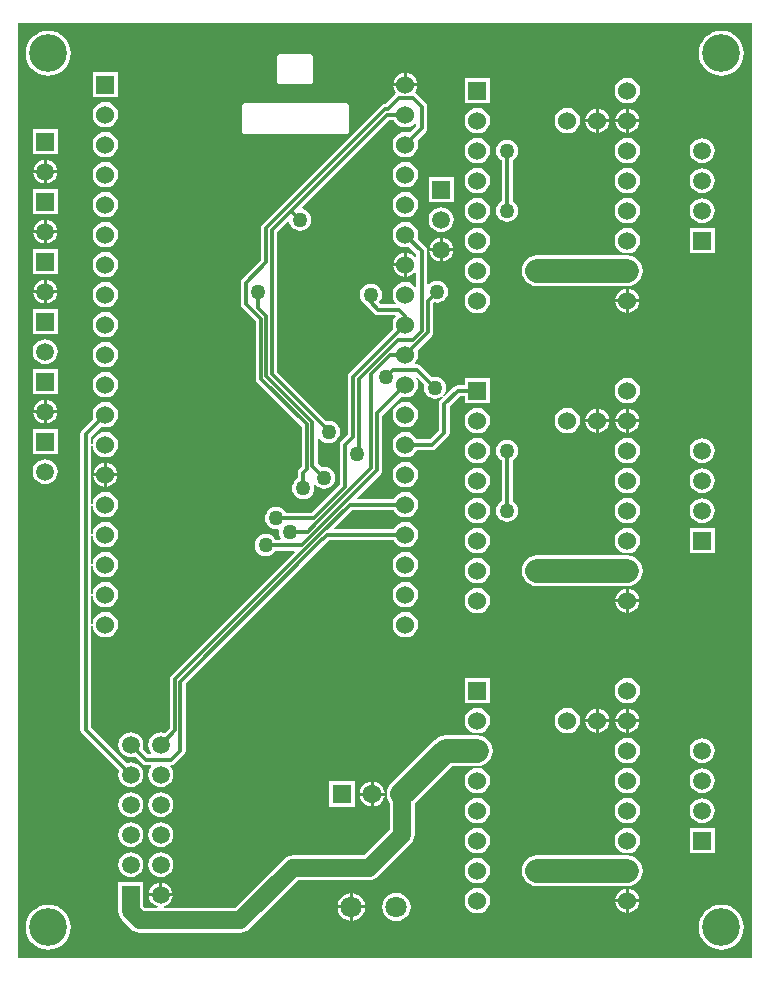
<source format=gbl>
G04*
G04 #@! TF.GenerationSoftware,Altium Limited,Altium Designer,19.1.8 (144)*
G04*
G04 Layer_Physical_Order=2*
G04 Layer_Color=16711680*
%FSLAX43Y43*%
%MOMM*%
G71*
G01*
G75*
%ADD48C,0.300*%
%ADD49C,0.700*%
%ADD50C,2.000*%
%ADD51C,1.500*%
%ADD54C,1.530*%
%ADD55R,1.530X1.530*%
%ADD56C,1.500*%
%ADD57R,1.500X1.500*%
%ADD58C,1.600*%
%ADD59R,1.600X1.600*%
%ADD60C,1.800*%
%ADD61C,3.200*%
%ADD62C,1.270*%
G36*
X171565Y43181D02*
X109481D01*
Y122311D01*
X171565D01*
Y43181D01*
D02*
G37*
%LPC*%
G36*
X169000Y121655D02*
X168628Y121619D01*
X168269Y121510D01*
X167939Y121333D01*
X167650Y121096D01*
X167413Y120807D01*
X167236Y120477D01*
X167127Y120118D01*
X167091Y119746D01*
X167127Y119374D01*
X167236Y119015D01*
X167413Y118685D01*
X167650Y118396D01*
X167939Y118159D01*
X168269Y117982D01*
X168628Y117873D01*
X169000Y117837D01*
X169372Y117873D01*
X169731Y117982D01*
X170061Y118159D01*
X170350Y118396D01*
X170587Y118685D01*
X170764Y119015D01*
X170873Y119374D01*
X170909Y119746D01*
X170873Y120118D01*
X170764Y120477D01*
X170587Y120807D01*
X170350Y121096D01*
X170061Y121333D01*
X169731Y121510D01*
X169372Y121619D01*
X169000Y121655D01*
D02*
G37*
G36*
X112000D02*
X111628Y121619D01*
X111269Y121510D01*
X110939Y121333D01*
X110650Y121096D01*
X110413Y120807D01*
X110236Y120477D01*
X110127Y120118D01*
X110091Y119746D01*
X110127Y119374D01*
X110236Y119015D01*
X110413Y118685D01*
X110650Y118396D01*
X110939Y118159D01*
X111269Y117982D01*
X111628Y117873D01*
X112000Y117837D01*
X112372Y117873D01*
X112731Y117982D01*
X113061Y118159D01*
X113350Y118396D01*
X113587Y118685D01*
X113764Y119015D01*
X113873Y119374D01*
X113909Y119746D01*
X113873Y120118D01*
X113764Y120477D01*
X113587Y120807D01*
X113350Y121096D01*
X113061Y121333D01*
X112731Y121510D01*
X112372Y121619D01*
X112000Y121655D01*
D02*
G37*
G36*
X142367Y118095D02*
Y117211D01*
X143251D01*
X143233Y117350D01*
X143130Y117598D01*
X142967Y117811D01*
X142754Y117974D01*
X142506Y118077D01*
X142367Y118095D01*
D02*
G37*
G36*
X142113D02*
X141974Y118077D01*
X141726Y117974D01*
X141513Y117811D01*
X141350Y117598D01*
X141247Y117350D01*
X141229Y117211D01*
X142113D01*
Y118095D01*
D02*
G37*
G36*
X134154Y119726D02*
X131654D01*
X131537Y119703D01*
X131438Y119636D01*
X131371Y119537D01*
X131348Y119420D01*
Y117420D01*
X131371Y117303D01*
X131438Y117204D01*
X131537Y117137D01*
X131654Y117114D01*
X134154D01*
X134271Y117137D01*
X134370Y117204D01*
X134437Y117303D01*
X134460Y117420D01*
Y119420D01*
X134437Y119537D01*
X134370Y119636D01*
X134271Y119703D01*
X134154Y119726D01*
D02*
G37*
G36*
X117905Y118149D02*
X115775D01*
Y116019D01*
X117905D01*
Y118149D01*
D02*
G37*
G36*
X149401Y117651D02*
X147271D01*
Y115521D01*
X149401D01*
Y117651D01*
D02*
G37*
G36*
X161036Y117660D02*
X160758Y117624D01*
X160499Y117516D01*
X160276Y117346D01*
X160106Y117123D01*
X159998Y116864D01*
X159962Y116586D01*
X159998Y116308D01*
X160106Y116049D01*
X160276Y115826D01*
X160499Y115656D01*
X160758Y115548D01*
X161036Y115512D01*
X161314Y115548D01*
X161573Y115656D01*
X161796Y115826D01*
X161966Y116049D01*
X162074Y116308D01*
X162110Y116586D01*
X162074Y116864D01*
X161966Y117123D01*
X161796Y117346D01*
X161573Y117516D01*
X161314Y117624D01*
X161036Y117660D01*
D02*
G37*
G36*
X161163Y115057D02*
Y114173D01*
X162047D01*
X162029Y114312D01*
X161926Y114560D01*
X161763Y114773D01*
X161550Y114936D01*
X161302Y115039D01*
X161163Y115057D01*
D02*
G37*
G36*
X160909D02*
X160770Y115039D01*
X160522Y114936D01*
X160309Y114773D01*
X160146Y114560D01*
X160043Y114312D01*
X160025Y114173D01*
X160909D01*
Y115057D01*
D02*
G37*
G36*
X158623D02*
Y114173D01*
X159507D01*
X159489Y114312D01*
X159386Y114560D01*
X159223Y114773D01*
X159010Y114936D01*
X158762Y115039D01*
X158623Y115057D01*
D02*
G37*
G36*
X158369D02*
X158230Y115039D01*
X157982Y114936D01*
X157769Y114773D01*
X157606Y114560D01*
X157503Y114312D01*
X157485Y114173D01*
X158369D01*
Y115057D01*
D02*
G37*
G36*
X116840Y115618D02*
X116562Y115582D01*
X116303Y115474D01*
X116080Y115304D01*
X115910Y115081D01*
X115802Y114822D01*
X115766Y114544D01*
X115802Y114266D01*
X115910Y114007D01*
X116080Y113784D01*
X116303Y113614D01*
X116562Y113506D01*
X116840Y113470D01*
X117118Y113506D01*
X117377Y113614D01*
X117600Y113784D01*
X117770Y114007D01*
X117878Y114266D01*
X117914Y114544D01*
X117878Y114822D01*
X117770Y115081D01*
X117600Y115304D01*
X117377Y115474D01*
X117118Y115582D01*
X116840Y115618D01*
D02*
G37*
G36*
X162047Y113919D02*
X161163D01*
Y113035D01*
X161302Y113053D01*
X161550Y113156D01*
X161763Y113319D01*
X161926Y113532D01*
X162029Y113780D01*
X162047Y113919D01*
D02*
G37*
G36*
X160909D02*
X160025D01*
X160043Y113780D01*
X160146Y113532D01*
X160309Y113319D01*
X160522Y113156D01*
X160770Y113053D01*
X160909Y113035D01*
Y113919D01*
D02*
G37*
G36*
X159507D02*
X158623D01*
Y113035D01*
X158762Y113053D01*
X159010Y113156D01*
X159223Y113319D01*
X159386Y113532D01*
X159489Y113780D01*
X159507Y113919D01*
D02*
G37*
G36*
X158369D02*
X157485D01*
X157503Y113780D01*
X157606Y113532D01*
X157769Y113319D01*
X157982Y113156D01*
X158230Y113053D01*
X158369Y113035D01*
Y113919D01*
D02*
G37*
G36*
X143251Y116957D02*
X141229D01*
X141247Y116818D01*
X141350Y116570D01*
X141441Y116451D01*
X141413Y116279D01*
X141408Y116275D01*
X140585Y115453D01*
X140520D01*
X140344Y115418D01*
X140195Y115318D01*
X130163Y105286D01*
X130063Y105137D01*
X130028Y104961D01*
Y102229D01*
X128454Y100654D01*
X128354Y100506D01*
X128319Y100330D01*
Y98552D01*
X128354Y98376D01*
X128454Y98228D01*
X129578Y97103D01*
Y92210D01*
X129613Y92035D01*
X129713Y91886D01*
X133457Y88141D01*
Y84703D01*
X133280Y84525D01*
X133180Y84377D01*
X133145Y84201D01*
Y83753D01*
X133132Y83748D01*
X132937Y83598D01*
X132787Y83403D01*
X132693Y83175D01*
X132661Y82931D01*
X132693Y82687D01*
X132787Y82459D01*
X132937Y82264D01*
X133132Y82114D01*
X133360Y82020D01*
X133604Y81988D01*
X133848Y82020D01*
X134076Y82114D01*
X134271Y82264D01*
X134421Y82459D01*
X134515Y82687D01*
X134547Y82931D01*
X134515Y83175D01*
X134488Y83241D01*
X134599Y83305D01*
X134715Y83153D01*
X134910Y83003D01*
X135138Y82909D01*
X135382Y82877D01*
X135626Y82909D01*
X135854Y83003D01*
X136049Y83153D01*
X136199Y83348D01*
X136293Y83576D01*
X136325Y83820D01*
X136293Y84064D01*
X136199Y84292D01*
X136049Y84487D01*
X135854Y84637D01*
X135626Y84731D01*
X135382Y84763D01*
X135138Y84731D01*
X135125Y84726D01*
X134825Y85026D01*
Y87155D01*
X134938Y87216D01*
X134952Y87215D01*
X135096Y87027D01*
X135291Y86877D01*
X135519Y86783D01*
X135763Y86750D01*
X136007Y86783D01*
X136235Y86877D01*
X136430Y87027D01*
X136580Y87222D01*
X136674Y87449D01*
X136706Y87693D01*
X136674Y87938D01*
X136580Y88165D01*
X136430Y88360D01*
X136235Y88510D01*
X136007Y88604D01*
X135763Y88637D01*
X135559Y88610D01*
X131396Y92773D01*
Y104585D01*
X132313Y105502D01*
X132434Y105462D01*
X132439Y105420D01*
X132533Y105192D01*
X132683Y104997D01*
X132878Y104847D01*
X133106Y104753D01*
X133350Y104721D01*
X133594Y104753D01*
X133822Y104847D01*
X134017Y104997D01*
X134167Y105192D01*
X134261Y105420D01*
X134293Y105664D01*
X134261Y105908D01*
X134167Y106136D01*
X134017Y106331D01*
X133822Y106481D01*
X133594Y106575D01*
X133552Y106580D01*
X133512Y106701D01*
X140896Y114085D01*
X141277D01*
X141310Y114007D01*
X141480Y113784D01*
X141703Y113614D01*
X141962Y113506D01*
X142240Y113470D01*
X142518Y113506D01*
X142777Y113614D01*
X143000Y113784D01*
X143051Y113852D01*
X143178Y113809D01*
Y113591D01*
X142596Y113009D01*
X142518Y113042D01*
X142240Y113078D01*
X141962Y113042D01*
X141703Y112934D01*
X141480Y112764D01*
X141310Y112541D01*
X141202Y112282D01*
X141166Y112004D01*
X141202Y111726D01*
X141310Y111467D01*
X141480Y111244D01*
X141703Y111074D01*
X141962Y110966D01*
X142240Y110930D01*
X142518Y110966D01*
X142777Y111074D01*
X143000Y111244D01*
X143170Y111467D01*
X143278Y111726D01*
X143314Y112004D01*
X143278Y112282D01*
X143245Y112360D01*
X143961Y113077D01*
X144061Y113225D01*
X144096Y113401D01*
Y115189D01*
X144061Y115365D01*
X143961Y115513D01*
X143199Y116275D01*
X143110Y116335D01*
X143069Y116491D01*
X143130Y116570D01*
X143233Y116818D01*
X143251Y116957D01*
D02*
G37*
G36*
X155956Y115120D02*
X155678Y115084D01*
X155419Y114976D01*
X155196Y114806D01*
X155026Y114583D01*
X154918Y114324D01*
X154882Y114046D01*
X154918Y113768D01*
X155026Y113509D01*
X155196Y113286D01*
X155419Y113116D01*
X155678Y113008D01*
X155956Y112972D01*
X156234Y113008D01*
X156493Y113116D01*
X156716Y113286D01*
X156886Y113509D01*
X156994Y113768D01*
X157030Y114046D01*
X156994Y114324D01*
X156886Y114583D01*
X156716Y114806D01*
X156493Y114976D01*
X156234Y115084D01*
X155956Y115120D01*
D02*
G37*
G36*
X148336D02*
X148058Y115084D01*
X147799Y114976D01*
X147576Y114806D01*
X147406Y114583D01*
X147298Y114324D01*
X147262Y114046D01*
X147298Y113768D01*
X147406Y113509D01*
X147576Y113286D01*
X147799Y113116D01*
X148058Y113008D01*
X148336Y112972D01*
X148614Y113008D01*
X148873Y113116D01*
X149096Y113286D01*
X149266Y113509D01*
X149374Y113768D01*
X149410Y114046D01*
X149374Y114324D01*
X149266Y114583D01*
X149096Y114806D01*
X148873Y114976D01*
X148614Y115084D01*
X148336Y115120D01*
D02*
G37*
G36*
X137204Y115526D02*
X128704D01*
X128587Y115503D01*
X128488Y115436D01*
X128421Y115337D01*
X128398Y115220D01*
Y113220D01*
X128421Y113103D01*
X128488Y113004D01*
X128587Y112937D01*
X128704Y112914D01*
X137204D01*
X137321Y112937D01*
X137420Y113004D01*
X137487Y113103D01*
X137510Y113220D01*
Y115220D01*
X137487Y115337D01*
X137420Y115436D01*
X137321Y115503D01*
X137204Y115526D01*
D02*
G37*
G36*
X112810Y113318D02*
X110710D01*
Y111218D01*
X112810D01*
Y113318D01*
D02*
G37*
G36*
X116840Y113078D02*
X116562Y113042D01*
X116303Y112934D01*
X116080Y112764D01*
X115910Y112541D01*
X115802Y112282D01*
X115766Y112004D01*
X115802Y111726D01*
X115910Y111467D01*
X116080Y111244D01*
X116303Y111074D01*
X116562Y110966D01*
X116840Y110930D01*
X117118Y110966D01*
X117377Y111074D01*
X117600Y111244D01*
X117770Y111467D01*
X117878Y111726D01*
X117914Y112004D01*
X117878Y112282D01*
X117770Y112541D01*
X117600Y112764D01*
X117377Y112934D01*
X117118Y113042D01*
X116840Y113078D01*
D02*
G37*
G36*
X167386Y112565D02*
X167112Y112529D01*
X166856Y112423D01*
X166637Y112255D01*
X166469Y112036D01*
X166363Y111780D01*
X166327Y111506D01*
X166363Y111232D01*
X166469Y110976D01*
X166637Y110757D01*
X166856Y110589D01*
X167112Y110483D01*
X167386Y110447D01*
X167660Y110483D01*
X167916Y110589D01*
X168135Y110757D01*
X168303Y110976D01*
X168409Y111232D01*
X168445Y111506D01*
X168409Y111780D01*
X168303Y112036D01*
X168135Y112255D01*
X167916Y112423D01*
X167660Y112529D01*
X167386Y112565D01*
D02*
G37*
G36*
X161036Y112580D02*
X160758Y112544D01*
X160499Y112436D01*
X160276Y112266D01*
X160106Y112043D01*
X159998Y111784D01*
X159962Y111506D01*
X159998Y111228D01*
X160106Y110969D01*
X160276Y110746D01*
X160499Y110576D01*
X160758Y110468D01*
X161036Y110432D01*
X161314Y110468D01*
X161573Y110576D01*
X161796Y110746D01*
X161966Y110969D01*
X162074Y111228D01*
X162110Y111506D01*
X162074Y111784D01*
X161966Y112043D01*
X161796Y112266D01*
X161573Y112436D01*
X161314Y112544D01*
X161036Y112580D01*
D02*
G37*
G36*
X148336D02*
X148058Y112544D01*
X147799Y112436D01*
X147576Y112266D01*
X147406Y112043D01*
X147298Y111784D01*
X147262Y111506D01*
X147298Y111228D01*
X147406Y110969D01*
X147576Y110746D01*
X147799Y110576D01*
X148058Y110468D01*
X148336Y110432D01*
X148614Y110468D01*
X148873Y110576D01*
X149096Y110746D01*
X149266Y110969D01*
X149374Y111228D01*
X149410Y111506D01*
X149374Y111784D01*
X149266Y112043D01*
X149096Y112266D01*
X148873Y112436D01*
X148614Y112544D01*
X148336Y112580D01*
D02*
G37*
G36*
X111887Y110724D02*
Y109855D01*
X112756D01*
X112738Y109990D01*
X112637Y110234D01*
X112476Y110444D01*
X112266Y110605D01*
X112022Y110706D01*
X111887Y110724D01*
D02*
G37*
G36*
X111633D02*
X111498Y110706D01*
X111254Y110605D01*
X111044Y110444D01*
X110883Y110234D01*
X110782Y109990D01*
X110764Y109855D01*
X111633D01*
Y110724D01*
D02*
G37*
G36*
X112756Y109601D02*
X111887D01*
Y108732D01*
X112022Y108750D01*
X112266Y108851D01*
X112476Y109012D01*
X112637Y109222D01*
X112738Y109466D01*
X112756Y109601D01*
D02*
G37*
G36*
X111633D02*
X110764D01*
X110782Y109466D01*
X110883Y109222D01*
X111044Y109012D01*
X111254Y108851D01*
X111498Y108750D01*
X111633Y108732D01*
Y109601D01*
D02*
G37*
G36*
X142240Y110538D02*
X141962Y110502D01*
X141703Y110394D01*
X141480Y110224D01*
X141310Y110001D01*
X141202Y109742D01*
X141166Y109464D01*
X141202Y109186D01*
X141310Y108927D01*
X141480Y108704D01*
X141703Y108534D01*
X141962Y108426D01*
X142240Y108390D01*
X142518Y108426D01*
X142777Y108534D01*
X143000Y108704D01*
X143170Y108927D01*
X143278Y109186D01*
X143314Y109464D01*
X143278Y109742D01*
X143170Y110001D01*
X143000Y110224D01*
X142777Y110394D01*
X142518Y110502D01*
X142240Y110538D01*
D02*
G37*
G36*
X116840D02*
X116562Y110502D01*
X116303Y110394D01*
X116080Y110224D01*
X115910Y110001D01*
X115802Y109742D01*
X115766Y109464D01*
X115802Y109186D01*
X115910Y108927D01*
X116080Y108704D01*
X116303Y108534D01*
X116562Y108426D01*
X116840Y108390D01*
X117118Y108426D01*
X117377Y108534D01*
X117600Y108704D01*
X117770Y108927D01*
X117878Y109186D01*
X117914Y109464D01*
X117878Y109742D01*
X117770Y110001D01*
X117600Y110224D01*
X117377Y110394D01*
X117118Y110502D01*
X116840Y110538D01*
D02*
G37*
G36*
X167386Y110025D02*
X167112Y109989D01*
X166856Y109883D01*
X166637Y109715D01*
X166469Y109496D01*
X166363Y109240D01*
X166327Y108966D01*
X166363Y108692D01*
X166469Y108436D01*
X166637Y108217D01*
X166856Y108049D01*
X167112Y107943D01*
X167386Y107907D01*
X167660Y107943D01*
X167916Y108049D01*
X168135Y108217D01*
X168303Y108436D01*
X168409Y108692D01*
X168445Y108966D01*
X168409Y109240D01*
X168303Y109496D01*
X168135Y109715D01*
X167916Y109883D01*
X167660Y109989D01*
X167386Y110025D01*
D02*
G37*
G36*
X161036Y110040D02*
X160758Y110004D01*
X160499Y109896D01*
X160276Y109726D01*
X160106Y109503D01*
X159998Y109244D01*
X159962Y108966D01*
X159998Y108688D01*
X160106Y108429D01*
X160276Y108206D01*
X160499Y108036D01*
X160758Y107928D01*
X161036Y107892D01*
X161314Y107928D01*
X161573Y108036D01*
X161796Y108206D01*
X161966Y108429D01*
X162074Y108688D01*
X162110Y108966D01*
X162074Y109244D01*
X161966Y109503D01*
X161796Y109726D01*
X161573Y109896D01*
X161314Y110004D01*
X161036Y110040D01*
D02*
G37*
G36*
X148336D02*
X148058Y110004D01*
X147799Y109896D01*
X147576Y109726D01*
X147406Y109503D01*
X147298Y109244D01*
X147262Y108966D01*
X147298Y108688D01*
X147406Y108429D01*
X147576Y108206D01*
X147799Y108036D01*
X148058Y107928D01*
X148336Y107892D01*
X148614Y107928D01*
X148873Y108036D01*
X149096Y108206D01*
X149266Y108429D01*
X149374Y108688D01*
X149410Y108966D01*
X149374Y109244D01*
X149266Y109503D01*
X149096Y109726D01*
X148873Y109896D01*
X148614Y110004D01*
X148336Y110040D01*
D02*
G37*
G36*
X146338Y109254D02*
X144238D01*
Y107154D01*
X146338D01*
Y109254D01*
D02*
G37*
G36*
X112810Y108238D02*
X110710D01*
Y106138D01*
X112810D01*
Y108238D01*
D02*
G37*
G36*
X142240Y107998D02*
X141962Y107962D01*
X141703Y107854D01*
X141480Y107684D01*
X141310Y107461D01*
X141202Y107202D01*
X141166Y106924D01*
X141202Y106646D01*
X141310Y106387D01*
X141480Y106164D01*
X141703Y105994D01*
X141962Y105886D01*
X142240Y105850D01*
X142518Y105886D01*
X142777Y105994D01*
X143000Y106164D01*
X143170Y106387D01*
X143278Y106646D01*
X143314Y106924D01*
X143278Y107202D01*
X143170Y107461D01*
X143000Y107684D01*
X142777Y107854D01*
X142518Y107962D01*
X142240Y107998D01*
D02*
G37*
G36*
X116840D02*
X116562Y107962D01*
X116303Y107854D01*
X116080Y107684D01*
X115910Y107461D01*
X115802Y107202D01*
X115766Y106924D01*
X115802Y106646D01*
X115910Y106387D01*
X116080Y106164D01*
X116303Y105994D01*
X116562Y105886D01*
X116840Y105850D01*
X117118Y105886D01*
X117377Y105994D01*
X117600Y106164D01*
X117770Y106387D01*
X117878Y106646D01*
X117914Y106924D01*
X117878Y107202D01*
X117770Y107461D01*
X117600Y107684D01*
X117377Y107854D01*
X117118Y107962D01*
X116840Y107998D01*
D02*
G37*
G36*
X150876Y112449D02*
X150632Y112417D01*
X150404Y112323D01*
X150209Y112173D01*
X150059Y111978D01*
X149965Y111750D01*
X149933Y111506D01*
X149965Y111262D01*
X150059Y111034D01*
X150209Y110839D01*
X150404Y110689D01*
X150417Y110684D01*
Y107248D01*
X150404Y107243D01*
X150209Y107093D01*
X150059Y106898D01*
X149965Y106670D01*
X149933Y106426D01*
X149965Y106182D01*
X150059Y105954D01*
X150209Y105759D01*
X150404Y105609D01*
X150632Y105515D01*
X150876Y105483D01*
X151120Y105515D01*
X151348Y105609D01*
X151543Y105759D01*
X151693Y105954D01*
X151787Y106182D01*
X151819Y106426D01*
X151787Y106670D01*
X151693Y106898D01*
X151543Y107093D01*
X151348Y107243D01*
X151335Y107248D01*
Y110684D01*
X151348Y110689D01*
X151543Y110839D01*
X151693Y111034D01*
X151787Y111262D01*
X151819Y111506D01*
X151787Y111750D01*
X151693Y111978D01*
X151543Y112173D01*
X151348Y112323D01*
X151120Y112417D01*
X150876Y112449D01*
D02*
G37*
G36*
X167386Y107485D02*
X167112Y107449D01*
X166856Y107343D01*
X166637Y107175D01*
X166469Y106956D01*
X166363Y106700D01*
X166327Y106426D01*
X166363Y106152D01*
X166469Y105896D01*
X166637Y105677D01*
X166856Y105509D01*
X167112Y105403D01*
X167386Y105367D01*
X167660Y105403D01*
X167916Y105509D01*
X168135Y105677D01*
X168303Y105896D01*
X168409Y106152D01*
X168445Y106426D01*
X168409Y106700D01*
X168303Y106956D01*
X168135Y107175D01*
X167916Y107343D01*
X167660Y107449D01*
X167386Y107485D01*
D02*
G37*
G36*
X161036Y107500D02*
X160758Y107464D01*
X160499Y107356D01*
X160276Y107186D01*
X160106Y106963D01*
X159998Y106704D01*
X159962Y106426D01*
X159998Y106148D01*
X160106Y105889D01*
X160276Y105666D01*
X160499Y105496D01*
X160758Y105388D01*
X161036Y105352D01*
X161314Y105388D01*
X161573Y105496D01*
X161796Y105666D01*
X161966Y105889D01*
X162074Y106148D01*
X162110Y106426D01*
X162074Y106704D01*
X161966Y106963D01*
X161796Y107186D01*
X161573Y107356D01*
X161314Y107464D01*
X161036Y107500D01*
D02*
G37*
G36*
X148336D02*
X148058Y107464D01*
X147799Y107356D01*
X147576Y107186D01*
X147406Y106963D01*
X147298Y106704D01*
X147262Y106426D01*
X147298Y106148D01*
X147406Y105889D01*
X147576Y105666D01*
X147799Y105496D01*
X148058Y105388D01*
X148336Y105352D01*
X148614Y105388D01*
X148873Y105496D01*
X149096Y105666D01*
X149266Y105889D01*
X149374Y106148D01*
X149410Y106426D01*
X149374Y106704D01*
X149266Y106963D01*
X149096Y107186D01*
X148873Y107356D01*
X148614Y107464D01*
X148336Y107500D01*
D02*
G37*
G36*
X111887Y105644D02*
Y104775D01*
X112756D01*
X112738Y104910D01*
X112637Y105154D01*
X112476Y105364D01*
X112266Y105525D01*
X112022Y105626D01*
X111887Y105644D01*
D02*
G37*
G36*
X111633D02*
X111498Y105626D01*
X111254Y105525D01*
X111044Y105364D01*
X110883Y105154D01*
X110782Y104910D01*
X110764Y104775D01*
X111633D01*
Y105644D01*
D02*
G37*
G36*
X145288Y106723D02*
X145014Y106687D01*
X144758Y106581D01*
X144539Y106413D01*
X144371Y106194D01*
X144265Y105938D01*
X144229Y105664D01*
X144265Y105390D01*
X144371Y105134D01*
X144539Y104915D01*
X144758Y104747D01*
X145014Y104641D01*
X145288Y104605D01*
X145562Y104641D01*
X145818Y104747D01*
X146037Y104915D01*
X146205Y105134D01*
X146311Y105390D01*
X146347Y105664D01*
X146311Y105938D01*
X146205Y106194D01*
X146037Y106413D01*
X145818Y106581D01*
X145562Y106687D01*
X145288Y106723D01*
D02*
G37*
G36*
X112756Y104521D02*
X111887D01*
Y103652D01*
X112022Y103670D01*
X112266Y103771D01*
X112476Y103932D01*
X112637Y104142D01*
X112738Y104386D01*
X112756Y104521D01*
D02*
G37*
G36*
X111633D02*
X110764D01*
X110782Y104386D01*
X110883Y104142D01*
X111044Y103932D01*
X111254Y103771D01*
X111498Y103670D01*
X111633Y103652D01*
Y104521D01*
D02*
G37*
G36*
X116840Y105458D02*
X116562Y105422D01*
X116303Y105314D01*
X116080Y105144D01*
X115910Y104921D01*
X115802Y104662D01*
X115766Y104384D01*
X115802Y104106D01*
X115910Y103847D01*
X116080Y103624D01*
X116303Y103454D01*
X116562Y103346D01*
X116840Y103310D01*
X117118Y103346D01*
X117377Y103454D01*
X117600Y103624D01*
X117770Y103847D01*
X117878Y104106D01*
X117914Y104384D01*
X117878Y104662D01*
X117770Y104921D01*
X117600Y105144D01*
X117377Y105314D01*
X117118Y105422D01*
X116840Y105458D01*
D02*
G37*
G36*
X145415Y104120D02*
Y103251D01*
X146284D01*
X146266Y103386D01*
X146165Y103630D01*
X146004Y103840D01*
X145794Y104001D01*
X145550Y104102D01*
X145415Y104120D01*
D02*
G37*
G36*
X145161D02*
X145026Y104102D01*
X144782Y104001D01*
X144572Y103840D01*
X144411Y103630D01*
X144310Y103386D01*
X144292Y103251D01*
X145161D01*
Y104120D01*
D02*
G37*
G36*
X168436Y104936D02*
X166336D01*
Y102836D01*
X168436D01*
Y104936D01*
D02*
G37*
G36*
X161036Y104960D02*
X160758Y104924D01*
X160499Y104816D01*
X160276Y104646D01*
X160106Y104423D01*
X159998Y104164D01*
X159962Y103886D01*
X159998Y103608D01*
X160106Y103349D01*
X160276Y103126D01*
X160499Y102956D01*
X160758Y102848D01*
X161036Y102812D01*
X161314Y102848D01*
X161573Y102956D01*
X161796Y103126D01*
X161966Y103349D01*
X162074Y103608D01*
X162110Y103886D01*
X162074Y104164D01*
X161966Y104423D01*
X161796Y104646D01*
X161573Y104816D01*
X161314Y104924D01*
X161036Y104960D01*
D02*
G37*
G36*
X148336D02*
X148058Y104924D01*
X147799Y104816D01*
X147576Y104646D01*
X147406Y104423D01*
X147298Y104164D01*
X147262Y103886D01*
X147298Y103608D01*
X147406Y103349D01*
X147576Y103126D01*
X147799Y102956D01*
X148058Y102848D01*
X148336Y102812D01*
X148614Y102848D01*
X148873Y102956D01*
X149096Y103126D01*
X149266Y103349D01*
X149374Y103608D01*
X149410Y103886D01*
X149374Y104164D01*
X149266Y104423D01*
X149096Y104646D01*
X148873Y104816D01*
X148614Y104924D01*
X148336Y104960D01*
D02*
G37*
G36*
X142240Y105458D02*
X141962Y105422D01*
X141703Y105314D01*
X141480Y105144D01*
X141310Y104921D01*
X141202Y104662D01*
X141166Y104384D01*
X141202Y104106D01*
X141310Y103847D01*
X141480Y103624D01*
X141703Y103454D01*
X141962Y103346D01*
X142240Y103310D01*
X142518Y103346D01*
X142596Y103379D01*
X143178Y102797D01*
Y102504D01*
X143051Y102461D01*
X142967Y102571D01*
X142754Y102734D01*
X142506Y102837D01*
X142367Y102855D01*
Y101844D01*
Y100833D01*
X142506Y100851D01*
X142754Y100954D01*
X142967Y101117D01*
X143051Y101227D01*
X143178Y101184D01*
Y100039D01*
X143051Y99996D01*
X143000Y100064D01*
X142777Y100234D01*
X142518Y100342D01*
X142240Y100378D01*
X141962Y100342D01*
X141703Y100234D01*
X141480Y100064D01*
X141310Y99841D01*
X141202Y99582D01*
X141166Y99304D01*
X141202Y99026D01*
X141310Y98767D01*
X141415Y98630D01*
X141352Y98503D01*
X140144D01*
X139992Y98655D01*
X140136Y98842D01*
X140230Y99070D01*
X140262Y99314D01*
X140230Y99558D01*
X140136Y99786D01*
X139986Y99981D01*
X139791Y100131D01*
X139563Y100225D01*
X139319Y100257D01*
X139075Y100225D01*
X138847Y100131D01*
X138652Y99981D01*
X138502Y99786D01*
X138408Y99558D01*
X138376Y99314D01*
X138408Y99070D01*
X138502Y98842D01*
X138652Y98647D01*
X138847Y98497D01*
X138919Y98468D01*
X138995Y98355D01*
X139630Y97720D01*
X139778Y97620D01*
X139954Y97585D01*
X141368D01*
X141430Y97458D01*
X141310Y97301D01*
X141202Y97042D01*
X141166Y96764D01*
X141202Y96486D01*
X141235Y96408D01*
X137517Y92689D01*
X137417Y92541D01*
X137382Y92365D01*
Y87485D01*
X136836Y86938D01*
X136736Y86790D01*
X136701Y86614D01*
Y83248D01*
X134303Y80850D01*
X132140D01*
X132135Y80863D01*
X131985Y81058D01*
X131790Y81208D01*
X131562Y81302D01*
X131318Y81334D01*
X131074Y81302D01*
X130846Y81208D01*
X130651Y81058D01*
X130501Y80863D01*
X130407Y80635D01*
X130375Y80391D01*
X130407Y80147D01*
X130501Y79919D01*
X130651Y79724D01*
X130846Y79574D01*
X131074Y79480D01*
X131318Y79448D01*
X131445Y79465D01*
X131535Y79375D01*
X131518Y79248D01*
X131550Y79004D01*
X131644Y78776D01*
X131710Y78691D01*
X131647Y78564D01*
X131251D01*
X131246Y78577D01*
X131096Y78772D01*
X130901Y78922D01*
X130673Y79016D01*
X130429Y79048D01*
X130185Y79016D01*
X129957Y78922D01*
X129762Y78772D01*
X129612Y78577D01*
X129518Y78349D01*
X129486Y78105D01*
X129518Y77861D01*
X129612Y77633D01*
X129762Y77438D01*
X129957Y77288D01*
X130185Y77194D01*
X130429Y77162D01*
X130673Y77194D01*
X130901Y77288D01*
X131096Y77438D01*
X131246Y77633D01*
X131251Y77646D01*
X132837D01*
X132886Y77529D01*
X122416Y67059D01*
X122316Y66910D01*
X122281Y66734D01*
Y62605D01*
X121884Y62208D01*
X121813Y62237D01*
X121539Y62273D01*
X121265Y62237D01*
X121009Y62131D01*
X120790Y61963D01*
X120622Y61744D01*
X120516Y61488D01*
X120480Y61214D01*
X120516Y60940D01*
X120622Y60684D01*
X120741Y60530D01*
X120678Y60403D01*
X120459D01*
X119993Y60869D01*
X120022Y60940D01*
X120058Y61214D01*
X120022Y61488D01*
X119916Y61744D01*
X119748Y61963D01*
X119529Y62131D01*
X119273Y62237D01*
X118999Y62273D01*
X118725Y62237D01*
X118469Y62131D01*
X118250Y61963D01*
X118082Y61744D01*
X117976Y61488D01*
X117940Y61214D01*
X117976Y60940D01*
X118082Y60684D01*
X118250Y60465D01*
X118469Y60297D01*
X118725Y60191D01*
X118999Y60155D01*
X119273Y60191D01*
X119344Y60220D01*
X119945Y59620D01*
X120093Y59520D01*
X120269Y59485D01*
X120678D01*
X120741Y59358D01*
X120622Y59204D01*
X120516Y58948D01*
X120480Y58674D01*
X120516Y58400D01*
X120622Y58144D01*
X120790Y57925D01*
X121009Y57757D01*
X121265Y57651D01*
X121539Y57615D01*
X121813Y57651D01*
X122069Y57757D01*
X122288Y57925D01*
X122456Y58144D01*
X122562Y58400D01*
X122598Y58674D01*
X122562Y58948D01*
X122456Y59204D01*
X122338Y59358D01*
X122400Y59485D01*
X122428D01*
X122604Y59520D01*
X122752Y59620D01*
X123514Y60382D01*
X123614Y60530D01*
X123649Y60706D01*
Y66358D01*
X135546Y78255D01*
X135563Y78267D01*
X135822Y78525D01*
X141277D01*
X141310Y78447D01*
X141480Y78224D01*
X141703Y78054D01*
X141962Y77946D01*
X142240Y77910D01*
X142518Y77946D01*
X142777Y78054D01*
X143000Y78224D01*
X143170Y78447D01*
X143278Y78706D01*
X143314Y78984D01*
X143278Y79262D01*
X143170Y79521D01*
X143000Y79744D01*
X142777Y79914D01*
X142518Y80022D01*
X142240Y80058D01*
X141962Y80022D01*
X141703Y79914D01*
X141480Y79744D01*
X141310Y79521D01*
X141277Y79443D01*
X136269D01*
X136220Y79560D01*
X137725Y81065D01*
X141277D01*
X141310Y80987D01*
X141480Y80764D01*
X141703Y80594D01*
X141962Y80486D01*
X142240Y80450D01*
X142518Y80486D01*
X142777Y80594D01*
X143000Y80764D01*
X143170Y80987D01*
X143278Y81246D01*
X143314Y81524D01*
X143278Y81802D01*
X143170Y82061D01*
X143000Y82284D01*
X142777Y82454D01*
X142518Y82562D01*
X142240Y82598D01*
X141962Y82562D01*
X141703Y82454D01*
X141480Y82284D01*
X141310Y82061D01*
X141277Y81983D01*
X138172D01*
X138124Y82100D01*
X140151Y84128D01*
X140251Y84277D01*
X140286Y84452D01*
Y89081D01*
X141884Y90679D01*
X141962Y90646D01*
X142240Y90610D01*
X142518Y90646D01*
X142777Y90754D01*
X143000Y90924D01*
X143170Y91147D01*
X143278Y91406D01*
X143314Y91684D01*
X143278Y91962D01*
X143170Y92221D01*
X143170Y92222D01*
X143265Y92306D01*
X143874Y91697D01*
X143869Y91684D01*
X143837Y91440D01*
X143869Y91196D01*
X143963Y90968D01*
X144113Y90773D01*
X144308Y90623D01*
X144536Y90529D01*
X144780Y90497D01*
X145024Y90529D01*
X145252Y90623D01*
X145364Y90710D01*
X145364Y90710D01*
X145366Y90711D01*
X145434Y90762D01*
X145434Y90762D01*
X145437Y90758D01*
X145444Y90750D01*
X145517Y90667D01*
X145218Y90367D01*
X145118Y90219D01*
X145083Y90043D01*
Y87820D01*
X144326Y87063D01*
X143203D01*
X143170Y87141D01*
X143000Y87364D01*
X142777Y87534D01*
X142518Y87642D01*
X142240Y87678D01*
X141962Y87642D01*
X141703Y87534D01*
X141480Y87364D01*
X141310Y87141D01*
X141202Y86882D01*
X141166Y86604D01*
X141202Y86326D01*
X141310Y86067D01*
X141480Y85844D01*
X141703Y85674D01*
X141962Y85566D01*
X142240Y85530D01*
X142518Y85566D01*
X142777Y85674D01*
X143000Y85844D01*
X143170Y86067D01*
X143203Y86145D01*
X144516D01*
X144692Y86180D01*
X144840Y86280D01*
X145866Y87306D01*
X145966Y87454D01*
X146001Y87630D01*
Y89853D01*
X146875Y90727D01*
X147271D01*
Y90121D01*
X149401D01*
Y92251D01*
X147271D01*
Y91645D01*
X146685D01*
X146509Y91610D01*
X146361Y91510D01*
X145553Y90703D01*
X145470Y90776D01*
X145462Y90783D01*
X145458Y90786D01*
X145458Y90786D01*
X145509Y90854D01*
X145510Y90856D01*
Y90856D01*
X145597Y90968D01*
X145691Y91196D01*
X145723Y91440D01*
X145691Y91684D01*
X145597Y91912D01*
X145447Y92107D01*
X145252Y92257D01*
X145024Y92351D01*
X144780Y92383D01*
X144536Y92351D01*
X144523Y92346D01*
X143580Y93288D01*
X143432Y93388D01*
X143256Y93423D01*
X143128D01*
X143065Y93550D01*
X143170Y93687D01*
X143278Y93946D01*
X143314Y94224D01*
X143278Y94502D01*
X143245Y94580D01*
X144469Y95805D01*
X144569Y95953D01*
X144604Y96129D01*
Y98544D01*
X144615Y98565D01*
X144717Y98650D01*
X144907Y98625D01*
X145151Y98657D01*
X145379Y98751D01*
X145574Y98901D01*
X145724Y99096D01*
X145818Y99324D01*
X145850Y99568D01*
X145818Y99812D01*
X145724Y100040D01*
X145574Y100235D01*
X145379Y100385D01*
X145151Y100479D01*
X144907Y100511D01*
X144663Y100479D01*
X144435Y100385D01*
X144240Y100235D01*
X144216Y100203D01*
X144096Y100244D01*
Y102987D01*
X144061Y103163D01*
X143961Y103311D01*
X143245Y104028D01*
X143278Y104106D01*
X143314Y104384D01*
X143278Y104662D01*
X143170Y104921D01*
X143000Y105144D01*
X142777Y105314D01*
X142518Y105422D01*
X142240Y105458D01*
D02*
G37*
G36*
X146284Y102997D02*
X145415D01*
Y102128D01*
X145550Y102146D01*
X145794Y102247D01*
X146004Y102408D01*
X146165Y102618D01*
X146266Y102862D01*
X146284Y102997D01*
D02*
G37*
G36*
X145161D02*
X144292D01*
X144310Y102862D01*
X144411Y102618D01*
X144572Y102408D01*
X144782Y102247D01*
X145026Y102146D01*
X145161Y102128D01*
Y102997D01*
D02*
G37*
G36*
X142113Y102855D02*
X141974Y102837D01*
X141726Y102734D01*
X141513Y102571D01*
X141350Y102358D01*
X141247Y102110D01*
X141229Y101971D01*
X142113D01*
Y102855D01*
D02*
G37*
G36*
X112810Y103158D02*
X110710D01*
Y101058D01*
X112810D01*
Y103158D01*
D02*
G37*
G36*
X142113Y101717D02*
X141229D01*
X141247Y101578D01*
X141350Y101330D01*
X141513Y101117D01*
X141726Y100954D01*
X141974Y100851D01*
X142113Y100833D01*
Y101717D01*
D02*
G37*
G36*
X116840Y102918D02*
X116562Y102882D01*
X116303Y102774D01*
X116080Y102604D01*
X115910Y102381D01*
X115802Y102122D01*
X115766Y101844D01*
X115802Y101566D01*
X115910Y101307D01*
X116080Y101084D01*
X116303Y100914D01*
X116562Y100806D01*
X116840Y100770D01*
X117118Y100806D01*
X117377Y100914D01*
X117600Y101084D01*
X117770Y101307D01*
X117878Y101566D01*
X117914Y101844D01*
X117878Y102122D01*
X117770Y102381D01*
X117600Y102604D01*
X117377Y102774D01*
X117118Y102882D01*
X116840Y102918D01*
D02*
G37*
G36*
X148336Y102420D02*
X148058Y102384D01*
X147799Y102276D01*
X147576Y102106D01*
X147406Y101883D01*
X147298Y101624D01*
X147262Y101346D01*
X147298Y101068D01*
X147406Y100809D01*
X147576Y100586D01*
X147799Y100416D01*
X148058Y100308D01*
X148336Y100272D01*
X148614Y100308D01*
X148873Y100416D01*
X149096Y100586D01*
X149266Y100809D01*
X149374Y101068D01*
X149410Y101346D01*
X149374Y101624D01*
X149266Y101883D01*
X149096Y102106D01*
X148873Y102276D01*
X148614Y102384D01*
X148336Y102420D01*
D02*
G37*
G36*
X161036Y102657D02*
X153416D01*
X153077Y102613D01*
X152760Y102482D01*
X152489Y102273D01*
X152280Y102002D01*
X152149Y101685D01*
X152105Y101346D01*
X152149Y101007D01*
X152280Y100690D01*
X152489Y100419D01*
X152760Y100210D01*
X153077Y100079D01*
X153416Y100035D01*
X161036D01*
X161375Y100079D01*
X161692Y100210D01*
X161963Y100419D01*
X162172Y100690D01*
X162303Y101007D01*
X162347Y101346D01*
X162303Y101685D01*
X162172Y102002D01*
X161963Y102273D01*
X161692Y102482D01*
X161375Y102613D01*
X161036Y102657D01*
D02*
G37*
G36*
X111887Y100564D02*
Y99695D01*
X112756D01*
X112738Y99830D01*
X112637Y100074D01*
X112476Y100284D01*
X112266Y100445D01*
X112022Y100546D01*
X111887Y100564D01*
D02*
G37*
G36*
X111633D02*
X111498Y100546D01*
X111254Y100445D01*
X111044Y100284D01*
X110883Y100074D01*
X110782Y99830D01*
X110764Y99695D01*
X111633D01*
Y100564D01*
D02*
G37*
G36*
X161163Y99817D02*
Y98933D01*
X162047D01*
X162029Y99072D01*
X161926Y99320D01*
X161763Y99533D01*
X161550Y99696D01*
X161302Y99799D01*
X161163Y99817D01*
D02*
G37*
G36*
X160909D02*
X160770Y99799D01*
X160522Y99696D01*
X160309Y99533D01*
X160146Y99320D01*
X160043Y99072D01*
X160025Y98933D01*
X160909D01*
Y99817D01*
D02*
G37*
G36*
X112756Y99441D02*
X111887D01*
Y98572D01*
X112022Y98590D01*
X112266Y98691D01*
X112476Y98852D01*
X112637Y99062D01*
X112738Y99306D01*
X112756Y99441D01*
D02*
G37*
G36*
X111633D02*
X110764D01*
X110782Y99306D01*
X110883Y99062D01*
X111044Y98852D01*
X111254Y98691D01*
X111498Y98590D01*
X111633Y98572D01*
Y99441D01*
D02*
G37*
G36*
X116840Y100378D02*
X116562Y100342D01*
X116303Y100234D01*
X116080Y100064D01*
X115910Y99841D01*
X115802Y99582D01*
X115766Y99304D01*
X115802Y99026D01*
X115910Y98767D01*
X116080Y98544D01*
X116303Y98374D01*
X116562Y98266D01*
X116840Y98230D01*
X117118Y98266D01*
X117377Y98374D01*
X117600Y98544D01*
X117770Y98767D01*
X117878Y99026D01*
X117914Y99304D01*
X117878Y99582D01*
X117770Y99841D01*
X117600Y100064D01*
X117377Y100234D01*
X117118Y100342D01*
X116840Y100378D01*
D02*
G37*
G36*
X162047Y98679D02*
X161163D01*
Y97795D01*
X161302Y97813D01*
X161550Y97916D01*
X161763Y98079D01*
X161926Y98292D01*
X162029Y98540D01*
X162047Y98679D01*
D02*
G37*
G36*
X160909D02*
X160025D01*
X160043Y98540D01*
X160146Y98292D01*
X160309Y98079D01*
X160522Y97916D01*
X160770Y97813D01*
X160909Y97795D01*
Y98679D01*
D02*
G37*
G36*
X148336Y99880D02*
X148058Y99844D01*
X147799Y99736D01*
X147576Y99566D01*
X147406Y99343D01*
X147298Y99084D01*
X147262Y98806D01*
X147298Y98528D01*
X147406Y98269D01*
X147576Y98046D01*
X147799Y97876D01*
X148058Y97768D01*
X148336Y97732D01*
X148614Y97768D01*
X148873Y97876D01*
X149096Y98046D01*
X149266Y98269D01*
X149374Y98528D01*
X149410Y98806D01*
X149374Y99084D01*
X149266Y99343D01*
X149096Y99566D01*
X148873Y99736D01*
X148614Y99844D01*
X148336Y99880D01*
D02*
G37*
G36*
X112810Y98078D02*
X110710D01*
Y95978D01*
X112810D01*
Y98078D01*
D02*
G37*
G36*
X116840Y97838D02*
X116562Y97802D01*
X116303Y97694D01*
X116080Y97524D01*
X115910Y97301D01*
X115802Y97042D01*
X115766Y96764D01*
X115802Y96486D01*
X115910Y96227D01*
X116080Y96004D01*
X116303Y95834D01*
X116562Y95726D01*
X116840Y95690D01*
X117118Y95726D01*
X117377Y95834D01*
X117600Y96004D01*
X117770Y96227D01*
X117878Y96486D01*
X117914Y96764D01*
X117878Y97042D01*
X117770Y97301D01*
X117600Y97524D01*
X117377Y97694D01*
X117118Y97802D01*
X116840Y97838D01*
D02*
G37*
G36*
X111760Y95547D02*
X111486Y95511D01*
X111230Y95405D01*
X111011Y95237D01*
X110843Y95018D01*
X110737Y94762D01*
X110701Y94488D01*
X110737Y94214D01*
X110843Y93958D01*
X111011Y93739D01*
X111230Y93571D01*
X111486Y93465D01*
X111760Y93429D01*
X112034Y93465D01*
X112290Y93571D01*
X112509Y93739D01*
X112677Y93958D01*
X112783Y94214D01*
X112819Y94488D01*
X112783Y94762D01*
X112677Y95018D01*
X112509Y95237D01*
X112290Y95405D01*
X112034Y95511D01*
X111760Y95547D01*
D02*
G37*
G36*
X116840Y95298D02*
X116562Y95262D01*
X116303Y95154D01*
X116080Y94984D01*
X115910Y94761D01*
X115802Y94502D01*
X115766Y94224D01*
X115802Y93946D01*
X115910Y93687D01*
X116080Y93464D01*
X116303Y93294D01*
X116562Y93186D01*
X116840Y93150D01*
X117118Y93186D01*
X117377Y93294D01*
X117600Y93464D01*
X117770Y93687D01*
X117878Y93946D01*
X117914Y94224D01*
X117878Y94502D01*
X117770Y94761D01*
X117600Y94984D01*
X117377Y95154D01*
X117118Y95262D01*
X116840Y95298D01*
D02*
G37*
G36*
X112810Y92998D02*
X110710D01*
Y90898D01*
X112810D01*
Y92998D01*
D02*
G37*
G36*
X116840Y92758D02*
X116562Y92722D01*
X116303Y92614D01*
X116080Y92444D01*
X115910Y92221D01*
X115802Y91962D01*
X115766Y91684D01*
X115802Y91406D01*
X115910Y91147D01*
X116080Y90924D01*
X116303Y90754D01*
X116562Y90646D01*
X116840Y90610D01*
X117118Y90646D01*
X117377Y90754D01*
X117600Y90924D01*
X117770Y91147D01*
X117878Y91406D01*
X117914Y91684D01*
X117878Y91962D01*
X117770Y92221D01*
X117600Y92444D01*
X117377Y92614D01*
X117118Y92722D01*
X116840Y92758D01*
D02*
G37*
G36*
X161036Y92260D02*
X160758Y92224D01*
X160499Y92116D01*
X160276Y91946D01*
X160106Y91723D01*
X159998Y91464D01*
X159962Y91186D01*
X159998Y90908D01*
X160106Y90649D01*
X160276Y90426D01*
X160499Y90256D01*
X160758Y90148D01*
X161036Y90112D01*
X161314Y90148D01*
X161573Y90256D01*
X161796Y90426D01*
X161966Y90649D01*
X162074Y90908D01*
X162110Y91186D01*
X162074Y91464D01*
X161966Y91723D01*
X161796Y91946D01*
X161573Y92116D01*
X161314Y92224D01*
X161036Y92260D01*
D02*
G37*
G36*
X111887Y90404D02*
Y89535D01*
X112756D01*
X112738Y89670D01*
X112637Y89914D01*
X112476Y90124D01*
X112266Y90285D01*
X112022Y90386D01*
X111887Y90404D01*
D02*
G37*
G36*
X111633D02*
X111498Y90386D01*
X111254Y90285D01*
X111044Y90124D01*
X110883Y89914D01*
X110782Y89670D01*
X110764Y89535D01*
X111633D01*
Y90404D01*
D02*
G37*
G36*
X161163Y89657D02*
Y88773D01*
X162047D01*
X162029Y88912D01*
X161926Y89160D01*
X161763Y89373D01*
X161550Y89536D01*
X161302Y89639D01*
X161163Y89657D01*
D02*
G37*
G36*
X160909D02*
X160770Y89639D01*
X160522Y89536D01*
X160309Y89373D01*
X160146Y89160D01*
X160043Y88912D01*
X160025Y88773D01*
X160909D01*
Y89657D01*
D02*
G37*
G36*
X158623D02*
Y88773D01*
X159507D01*
X159489Y88912D01*
X159386Y89160D01*
X159223Y89373D01*
X159010Y89536D01*
X158762Y89639D01*
X158623Y89657D01*
D02*
G37*
G36*
X158369D02*
X158230Y89639D01*
X157982Y89536D01*
X157769Y89373D01*
X157606Y89160D01*
X157503Y88912D01*
X157485Y88773D01*
X158369D01*
Y89657D01*
D02*
G37*
G36*
X112756Y89281D02*
X111887D01*
Y88412D01*
X112022Y88430D01*
X112266Y88531D01*
X112476Y88692D01*
X112637Y88902D01*
X112738Y89146D01*
X112756Y89281D01*
D02*
G37*
G36*
X111633D02*
X110764D01*
X110782Y89146D01*
X110883Y88902D01*
X111044Y88692D01*
X111254Y88531D01*
X111498Y88430D01*
X111633Y88412D01*
Y89281D01*
D02*
G37*
G36*
X142240Y90218D02*
X141962Y90182D01*
X141703Y90074D01*
X141480Y89904D01*
X141310Y89681D01*
X141202Y89422D01*
X141166Y89144D01*
X141202Y88866D01*
X141310Y88607D01*
X141480Y88384D01*
X141703Y88214D01*
X141962Y88106D01*
X142240Y88070D01*
X142518Y88106D01*
X142777Y88214D01*
X143000Y88384D01*
X143170Y88607D01*
X143278Y88866D01*
X143314Y89144D01*
X143278Y89422D01*
X143170Y89681D01*
X143000Y89904D01*
X142777Y90074D01*
X142518Y90182D01*
X142240Y90218D01*
D02*
G37*
G36*
X116840D02*
X116562Y90182D01*
X116303Y90074D01*
X116080Y89904D01*
X115910Y89681D01*
X115802Y89422D01*
X115766Y89144D01*
X115802Y88866D01*
X115835Y88788D01*
X114865Y87817D01*
X114765Y87669D01*
X114730Y87493D01*
Y62484D01*
X114765Y62308D01*
X114865Y62160D01*
X118005Y59019D01*
X117976Y58948D01*
X117940Y58674D01*
X117976Y58400D01*
X118082Y58144D01*
X118250Y57925D01*
X118469Y57757D01*
X118725Y57651D01*
X118999Y57615D01*
X119273Y57651D01*
X119529Y57757D01*
X119748Y57925D01*
X119916Y58144D01*
X120022Y58400D01*
X120058Y58674D01*
X120022Y58948D01*
X119916Y59204D01*
X119748Y59423D01*
X119529Y59591D01*
X119273Y59697D01*
X118999Y59733D01*
X118725Y59697D01*
X118654Y59668D01*
X115648Y62674D01*
Y71287D01*
X115775Y71296D01*
X115802Y71086D01*
X115910Y70827D01*
X116080Y70604D01*
X116303Y70434D01*
X116562Y70326D01*
X116840Y70290D01*
X117118Y70326D01*
X117377Y70434D01*
X117600Y70604D01*
X117770Y70827D01*
X117878Y71086D01*
X117914Y71364D01*
X117878Y71642D01*
X117770Y71901D01*
X117600Y72124D01*
X117377Y72294D01*
X117118Y72402D01*
X116840Y72438D01*
X116562Y72402D01*
X116303Y72294D01*
X116080Y72124D01*
X115910Y71901D01*
X115802Y71642D01*
X115775Y71432D01*
X115648Y71441D01*
Y73827D01*
X115775Y73836D01*
X115802Y73626D01*
X115910Y73367D01*
X116080Y73144D01*
X116303Y72974D01*
X116562Y72866D01*
X116840Y72830D01*
X117118Y72866D01*
X117377Y72974D01*
X117600Y73144D01*
X117770Y73367D01*
X117878Y73626D01*
X117914Y73904D01*
X117878Y74182D01*
X117770Y74441D01*
X117600Y74664D01*
X117377Y74834D01*
X117118Y74942D01*
X116840Y74978D01*
X116562Y74942D01*
X116303Y74834D01*
X116080Y74664D01*
X115910Y74441D01*
X115802Y74182D01*
X115775Y73972D01*
X115648Y73981D01*
Y76367D01*
X115775Y76376D01*
X115802Y76166D01*
X115910Y75907D01*
X116080Y75684D01*
X116303Y75514D01*
X116562Y75406D01*
X116840Y75370D01*
X117118Y75406D01*
X117377Y75514D01*
X117600Y75684D01*
X117770Y75907D01*
X117878Y76166D01*
X117914Y76444D01*
X117878Y76722D01*
X117770Y76981D01*
X117600Y77204D01*
X117377Y77374D01*
X117118Y77482D01*
X116840Y77518D01*
X116562Y77482D01*
X116303Y77374D01*
X116080Y77204D01*
X115910Y76981D01*
X115802Y76722D01*
X115775Y76512D01*
X115648Y76521D01*
Y78907D01*
X115775Y78916D01*
X115802Y78706D01*
X115910Y78447D01*
X116080Y78224D01*
X116303Y78054D01*
X116562Y77946D01*
X116840Y77910D01*
X117118Y77946D01*
X117377Y78054D01*
X117600Y78224D01*
X117770Y78447D01*
X117878Y78706D01*
X117914Y78984D01*
X117878Y79262D01*
X117770Y79521D01*
X117600Y79744D01*
X117377Y79914D01*
X117118Y80022D01*
X116840Y80058D01*
X116562Y80022D01*
X116303Y79914D01*
X116080Y79744D01*
X115910Y79521D01*
X115802Y79262D01*
X115775Y79052D01*
X115648Y79061D01*
Y81447D01*
X115775Y81456D01*
X115802Y81246D01*
X115910Y80987D01*
X116080Y80764D01*
X116303Y80594D01*
X116562Y80486D01*
X116840Y80450D01*
X117118Y80486D01*
X117377Y80594D01*
X117600Y80764D01*
X117770Y80987D01*
X117878Y81246D01*
X117914Y81524D01*
X117878Y81802D01*
X117770Y82061D01*
X117600Y82284D01*
X117377Y82454D01*
X117118Y82562D01*
X116840Y82598D01*
X116562Y82562D01*
X116303Y82454D01*
X116080Y82284D01*
X115910Y82061D01*
X115802Y81802D01*
X115775Y81592D01*
X115648Y81601D01*
Y86527D01*
X115775Y86536D01*
X115802Y86326D01*
X115910Y86067D01*
X116080Y85844D01*
X116303Y85674D01*
X116562Y85566D01*
X116840Y85530D01*
X117118Y85566D01*
X117377Y85674D01*
X117600Y85844D01*
X117770Y86067D01*
X117878Y86326D01*
X117914Y86604D01*
X117878Y86882D01*
X117770Y87141D01*
X117600Y87364D01*
X117377Y87534D01*
X117118Y87642D01*
X116840Y87678D01*
X116562Y87642D01*
X116303Y87534D01*
X116080Y87364D01*
X115910Y87141D01*
X115802Y86882D01*
X115775Y86672D01*
X115648Y86681D01*
Y87303D01*
X116484Y88139D01*
X116562Y88106D01*
X116840Y88070D01*
X117118Y88106D01*
X117377Y88214D01*
X117600Y88384D01*
X117770Y88607D01*
X117878Y88866D01*
X117914Y89144D01*
X117878Y89422D01*
X117770Y89681D01*
X117600Y89904D01*
X117377Y90074D01*
X117118Y90182D01*
X116840Y90218D01*
D02*
G37*
G36*
X162047Y88519D02*
X161163D01*
Y87635D01*
X161302Y87653D01*
X161550Y87756D01*
X161763Y87919D01*
X161926Y88132D01*
X162029Y88380D01*
X162047Y88519D01*
D02*
G37*
G36*
X160909D02*
X160025D01*
X160043Y88380D01*
X160146Y88132D01*
X160309Y87919D01*
X160522Y87756D01*
X160770Y87653D01*
X160909Y87635D01*
Y88519D01*
D02*
G37*
G36*
X159507D02*
X158623D01*
Y87635D01*
X158762Y87653D01*
X159010Y87756D01*
X159223Y87919D01*
X159386Y88132D01*
X159489Y88380D01*
X159507Y88519D01*
D02*
G37*
G36*
X158369D02*
X157485D01*
X157503Y88380D01*
X157606Y88132D01*
X157769Y87919D01*
X157982Y87756D01*
X158230Y87653D01*
X158369Y87635D01*
Y88519D01*
D02*
G37*
G36*
X155956Y89720D02*
X155678Y89684D01*
X155419Y89576D01*
X155196Y89406D01*
X155026Y89183D01*
X154918Y88924D01*
X154882Y88646D01*
X154918Y88368D01*
X155026Y88109D01*
X155196Y87886D01*
X155419Y87716D01*
X155678Y87608D01*
X155956Y87572D01*
X156234Y87608D01*
X156493Y87716D01*
X156716Y87886D01*
X156886Y88109D01*
X156994Y88368D01*
X157030Y88646D01*
X156994Y88924D01*
X156886Y89183D01*
X156716Y89406D01*
X156493Y89576D01*
X156234Y89684D01*
X155956Y89720D01*
D02*
G37*
G36*
X148336D02*
X148058Y89684D01*
X147799Y89576D01*
X147576Y89406D01*
X147406Y89183D01*
X147298Y88924D01*
X147262Y88646D01*
X147298Y88368D01*
X147406Y88109D01*
X147576Y87886D01*
X147799Y87716D01*
X148058Y87608D01*
X148336Y87572D01*
X148614Y87608D01*
X148873Y87716D01*
X149096Y87886D01*
X149266Y88109D01*
X149374Y88368D01*
X149410Y88646D01*
X149374Y88924D01*
X149266Y89183D01*
X149096Y89406D01*
X148873Y89576D01*
X148614Y89684D01*
X148336Y89720D01*
D02*
G37*
G36*
X112810Y87918D02*
X110710D01*
Y85818D01*
X112810D01*
Y87918D01*
D02*
G37*
G36*
X167386Y87165D02*
X167112Y87129D01*
X166856Y87023D01*
X166637Y86855D01*
X166469Y86636D01*
X166363Y86380D01*
X166327Y86106D01*
X166363Y85832D01*
X166469Y85576D01*
X166637Y85357D01*
X166856Y85189D01*
X167112Y85083D01*
X167386Y85047D01*
X167660Y85083D01*
X167916Y85189D01*
X168135Y85357D01*
X168303Y85576D01*
X168409Y85832D01*
X168445Y86106D01*
X168409Y86380D01*
X168303Y86636D01*
X168135Y86855D01*
X167916Y87023D01*
X167660Y87129D01*
X167386Y87165D01*
D02*
G37*
G36*
X161036Y87180D02*
X160758Y87144D01*
X160499Y87036D01*
X160276Y86866D01*
X160106Y86643D01*
X159998Y86384D01*
X159962Y86106D01*
X159998Y85828D01*
X160106Y85569D01*
X160276Y85346D01*
X160499Y85176D01*
X160758Y85068D01*
X161036Y85032D01*
X161314Y85068D01*
X161573Y85176D01*
X161796Y85346D01*
X161966Y85569D01*
X162074Y85828D01*
X162110Y86106D01*
X162074Y86384D01*
X161966Y86643D01*
X161796Y86866D01*
X161573Y87036D01*
X161314Y87144D01*
X161036Y87180D01*
D02*
G37*
G36*
X148336D02*
X148058Y87144D01*
X147799Y87036D01*
X147576Y86866D01*
X147406Y86643D01*
X147298Y86384D01*
X147262Y86106D01*
X147298Y85828D01*
X147406Y85569D01*
X147576Y85346D01*
X147799Y85176D01*
X148058Y85068D01*
X148336Y85032D01*
X148614Y85068D01*
X148873Y85176D01*
X149096Y85346D01*
X149266Y85569D01*
X149374Y85828D01*
X149410Y86106D01*
X149374Y86384D01*
X149266Y86643D01*
X149096Y86866D01*
X148873Y87036D01*
X148614Y87144D01*
X148336Y87180D01*
D02*
G37*
G36*
X116967Y85075D02*
Y84191D01*
X117851D01*
X117833Y84330D01*
X117730Y84578D01*
X117567Y84791D01*
X117354Y84954D01*
X117106Y85057D01*
X116967Y85075D01*
D02*
G37*
G36*
X116713D02*
X116574Y85057D01*
X116326Y84954D01*
X116113Y84791D01*
X115950Y84578D01*
X115847Y84330D01*
X115829Y84191D01*
X116713D01*
Y85075D01*
D02*
G37*
G36*
X111760Y85387D02*
X111486Y85351D01*
X111230Y85245D01*
X111011Y85077D01*
X110843Y84858D01*
X110737Y84602D01*
X110701Y84328D01*
X110737Y84054D01*
X110843Y83798D01*
X111011Y83579D01*
X111230Y83411D01*
X111486Y83305D01*
X111760Y83269D01*
X112034Y83305D01*
X112290Y83411D01*
X112509Y83579D01*
X112677Y83798D01*
X112783Y84054D01*
X112819Y84328D01*
X112783Y84602D01*
X112677Y84858D01*
X112509Y85077D01*
X112290Y85245D01*
X112034Y85351D01*
X111760Y85387D01*
D02*
G37*
G36*
X117851Y83937D02*
X116967D01*
Y83053D01*
X117106Y83071D01*
X117354Y83174D01*
X117567Y83337D01*
X117730Y83550D01*
X117833Y83798D01*
X117851Y83937D01*
D02*
G37*
G36*
X116713D02*
X115829D01*
X115847Y83798D01*
X115950Y83550D01*
X116113Y83337D01*
X116326Y83174D01*
X116574Y83071D01*
X116713Y83053D01*
Y83937D01*
D02*
G37*
G36*
X142240Y85138D02*
X141962Y85102D01*
X141703Y84994D01*
X141480Y84824D01*
X141310Y84601D01*
X141202Y84342D01*
X141166Y84064D01*
X141202Y83786D01*
X141310Y83527D01*
X141480Y83304D01*
X141703Y83134D01*
X141962Y83026D01*
X142240Y82990D01*
X142518Y83026D01*
X142777Y83134D01*
X143000Y83304D01*
X143170Y83527D01*
X143278Y83786D01*
X143314Y84064D01*
X143278Y84342D01*
X143170Y84601D01*
X143000Y84824D01*
X142777Y84994D01*
X142518Y85102D01*
X142240Y85138D01*
D02*
G37*
G36*
X167386Y84625D02*
X167112Y84589D01*
X166856Y84483D01*
X166637Y84315D01*
X166469Y84096D01*
X166363Y83840D01*
X166327Y83566D01*
X166363Y83292D01*
X166469Y83036D01*
X166637Y82817D01*
X166856Y82649D01*
X167112Y82543D01*
X167386Y82507D01*
X167660Y82543D01*
X167916Y82649D01*
X168135Y82817D01*
X168303Y83036D01*
X168409Y83292D01*
X168445Y83566D01*
X168409Y83840D01*
X168303Y84096D01*
X168135Y84315D01*
X167916Y84483D01*
X167660Y84589D01*
X167386Y84625D01*
D02*
G37*
G36*
X161036Y84640D02*
X160758Y84604D01*
X160499Y84496D01*
X160276Y84326D01*
X160106Y84103D01*
X159998Y83844D01*
X159962Y83566D01*
X159998Y83288D01*
X160106Y83029D01*
X160276Y82806D01*
X160499Y82636D01*
X160758Y82528D01*
X161036Y82492D01*
X161314Y82528D01*
X161573Y82636D01*
X161796Y82806D01*
X161966Y83029D01*
X162074Y83288D01*
X162110Y83566D01*
X162074Y83844D01*
X161966Y84103D01*
X161796Y84326D01*
X161573Y84496D01*
X161314Y84604D01*
X161036Y84640D01*
D02*
G37*
G36*
X148336D02*
X148058Y84604D01*
X147799Y84496D01*
X147576Y84326D01*
X147406Y84103D01*
X147298Y83844D01*
X147262Y83566D01*
X147298Y83288D01*
X147406Y83029D01*
X147576Y82806D01*
X147799Y82636D01*
X148058Y82528D01*
X148336Y82492D01*
X148614Y82528D01*
X148873Y82636D01*
X149096Y82806D01*
X149266Y83029D01*
X149374Y83288D01*
X149410Y83566D01*
X149374Y83844D01*
X149266Y84103D01*
X149096Y84326D01*
X148873Y84496D01*
X148614Y84604D01*
X148336Y84640D01*
D02*
G37*
G36*
X150876Y87049D02*
X150632Y87017D01*
X150404Y86923D01*
X150209Y86773D01*
X150059Y86578D01*
X149965Y86350D01*
X149933Y86106D01*
X149965Y85862D01*
X150059Y85634D01*
X150209Y85439D01*
X150404Y85289D01*
X150417Y85284D01*
Y81848D01*
X150404Y81843D01*
X150209Y81693D01*
X150059Y81498D01*
X149965Y81270D01*
X149933Y81026D01*
X149965Y80782D01*
X150059Y80554D01*
X150209Y80359D01*
X150404Y80209D01*
X150632Y80115D01*
X150876Y80083D01*
X151120Y80115D01*
X151348Y80209D01*
X151543Y80359D01*
X151693Y80554D01*
X151787Y80782D01*
X151819Y81026D01*
X151787Y81270D01*
X151693Y81498D01*
X151543Y81693D01*
X151348Y81843D01*
X151335Y81848D01*
Y85284D01*
X151348Y85289D01*
X151543Y85439D01*
X151693Y85634D01*
X151787Y85862D01*
X151819Y86106D01*
X151787Y86350D01*
X151693Y86578D01*
X151543Y86773D01*
X151348Y86923D01*
X151120Y87017D01*
X150876Y87049D01*
D02*
G37*
G36*
X167386Y82085D02*
X167112Y82049D01*
X166856Y81943D01*
X166637Y81775D01*
X166469Y81556D01*
X166363Y81300D01*
X166327Y81026D01*
X166363Y80752D01*
X166469Y80496D01*
X166637Y80277D01*
X166856Y80109D01*
X167112Y80003D01*
X167386Y79967D01*
X167660Y80003D01*
X167916Y80109D01*
X168135Y80277D01*
X168303Y80496D01*
X168409Y80752D01*
X168445Y81026D01*
X168409Y81300D01*
X168303Y81556D01*
X168135Y81775D01*
X167916Y81943D01*
X167660Y82049D01*
X167386Y82085D01*
D02*
G37*
G36*
X161036Y82100D02*
X160758Y82064D01*
X160499Y81956D01*
X160276Y81786D01*
X160106Y81563D01*
X159998Y81304D01*
X159962Y81026D01*
X159998Y80748D01*
X160106Y80489D01*
X160276Y80266D01*
X160499Y80096D01*
X160758Y79988D01*
X161036Y79952D01*
X161314Y79988D01*
X161573Y80096D01*
X161796Y80266D01*
X161966Y80489D01*
X162074Y80748D01*
X162110Y81026D01*
X162074Y81304D01*
X161966Y81563D01*
X161796Y81786D01*
X161573Y81956D01*
X161314Y82064D01*
X161036Y82100D01*
D02*
G37*
G36*
X148336D02*
X148058Y82064D01*
X147799Y81956D01*
X147576Y81786D01*
X147406Y81563D01*
X147298Y81304D01*
X147262Y81026D01*
X147298Y80748D01*
X147406Y80489D01*
X147576Y80266D01*
X147799Y80096D01*
X148058Y79988D01*
X148336Y79952D01*
X148614Y79988D01*
X148873Y80096D01*
X149096Y80266D01*
X149266Y80489D01*
X149374Y80748D01*
X149410Y81026D01*
X149374Y81304D01*
X149266Y81563D01*
X149096Y81786D01*
X148873Y81956D01*
X148614Y82064D01*
X148336Y82100D01*
D02*
G37*
G36*
X168436Y79536D02*
X166336D01*
Y77436D01*
X168436D01*
Y79536D01*
D02*
G37*
G36*
X161036Y79560D02*
X160758Y79524D01*
X160499Y79416D01*
X160276Y79246D01*
X160106Y79023D01*
X159998Y78764D01*
X159962Y78486D01*
X159998Y78208D01*
X160106Y77949D01*
X160276Y77726D01*
X160499Y77556D01*
X160758Y77448D01*
X161036Y77412D01*
X161314Y77448D01*
X161573Y77556D01*
X161796Y77726D01*
X161966Y77949D01*
X162074Y78208D01*
X162110Y78486D01*
X162074Y78764D01*
X161966Y79023D01*
X161796Y79246D01*
X161573Y79416D01*
X161314Y79524D01*
X161036Y79560D01*
D02*
G37*
G36*
X148336D02*
X148058Y79524D01*
X147799Y79416D01*
X147576Y79246D01*
X147406Y79023D01*
X147298Y78764D01*
X147262Y78486D01*
X147298Y78208D01*
X147406Y77949D01*
X147576Y77726D01*
X147799Y77556D01*
X148058Y77448D01*
X148336Y77412D01*
X148614Y77448D01*
X148873Y77556D01*
X149096Y77726D01*
X149266Y77949D01*
X149374Y78208D01*
X149410Y78486D01*
X149374Y78764D01*
X149266Y79023D01*
X149096Y79246D01*
X148873Y79416D01*
X148614Y79524D01*
X148336Y79560D01*
D02*
G37*
G36*
X142240Y77518D02*
X141962Y77482D01*
X141703Y77374D01*
X141480Y77204D01*
X141310Y76981D01*
X141202Y76722D01*
X141166Y76444D01*
X141202Y76166D01*
X141310Y75907D01*
X141480Y75684D01*
X141703Y75514D01*
X141962Y75406D01*
X142240Y75370D01*
X142518Y75406D01*
X142777Y75514D01*
X143000Y75684D01*
X143170Y75907D01*
X143278Y76166D01*
X143314Y76444D01*
X143278Y76722D01*
X143170Y76981D01*
X143000Y77204D01*
X142777Y77374D01*
X142518Y77482D01*
X142240Y77518D01*
D02*
G37*
G36*
X148336Y77020D02*
X148058Y76984D01*
X147799Y76876D01*
X147576Y76706D01*
X147406Y76483D01*
X147298Y76224D01*
X147262Y75946D01*
X147298Y75668D01*
X147406Y75409D01*
X147576Y75186D01*
X147799Y75016D01*
X148058Y74908D01*
X148336Y74872D01*
X148614Y74908D01*
X148873Y75016D01*
X149096Y75186D01*
X149266Y75409D01*
X149374Y75668D01*
X149410Y75946D01*
X149374Y76224D01*
X149266Y76483D01*
X149096Y76706D01*
X148873Y76876D01*
X148614Y76984D01*
X148336Y77020D01*
D02*
G37*
G36*
X161036Y77257D02*
X153416D01*
X153077Y77213D01*
X152760Y77082D01*
X152489Y76873D01*
X152280Y76602D01*
X152149Y76285D01*
X152105Y75946D01*
X152149Y75607D01*
X152280Y75290D01*
X152489Y75019D01*
X152760Y74810D01*
X153077Y74679D01*
X153416Y74635D01*
X161036D01*
X161375Y74679D01*
X161692Y74810D01*
X161963Y75019D01*
X162172Y75290D01*
X162303Y75607D01*
X162347Y75946D01*
X162303Y76285D01*
X162172Y76602D01*
X161963Y76873D01*
X161692Y77082D01*
X161375Y77213D01*
X161036Y77257D01*
D02*
G37*
G36*
X161163Y74417D02*
Y73533D01*
X162047D01*
X162029Y73672D01*
X161926Y73920D01*
X161763Y74133D01*
X161550Y74296D01*
X161302Y74399D01*
X161163Y74417D01*
D02*
G37*
G36*
X160909D02*
X160770Y74399D01*
X160522Y74296D01*
X160309Y74133D01*
X160146Y73920D01*
X160043Y73672D01*
X160025Y73533D01*
X160909D01*
Y74417D01*
D02*
G37*
G36*
X142240Y74978D02*
X141962Y74942D01*
X141703Y74834D01*
X141480Y74664D01*
X141310Y74441D01*
X141202Y74182D01*
X141166Y73904D01*
X141202Y73626D01*
X141310Y73367D01*
X141480Y73144D01*
X141703Y72974D01*
X141962Y72866D01*
X142240Y72830D01*
X142518Y72866D01*
X142777Y72974D01*
X143000Y73144D01*
X143170Y73367D01*
X143278Y73626D01*
X143314Y73904D01*
X143278Y74182D01*
X143170Y74441D01*
X143000Y74664D01*
X142777Y74834D01*
X142518Y74942D01*
X142240Y74978D01*
D02*
G37*
G36*
X162047Y73279D02*
X161163D01*
Y72395D01*
X161302Y72413D01*
X161550Y72516D01*
X161763Y72679D01*
X161926Y72892D01*
X162029Y73140D01*
X162047Y73279D01*
D02*
G37*
G36*
X160909D02*
X160025D01*
X160043Y73140D01*
X160146Y72892D01*
X160309Y72679D01*
X160522Y72516D01*
X160770Y72413D01*
X160909Y72395D01*
Y73279D01*
D02*
G37*
G36*
X148336Y74480D02*
X148058Y74444D01*
X147799Y74336D01*
X147576Y74166D01*
X147406Y73943D01*
X147298Y73684D01*
X147262Y73406D01*
X147298Y73128D01*
X147406Y72869D01*
X147576Y72646D01*
X147799Y72476D01*
X148058Y72368D01*
X148336Y72332D01*
X148614Y72368D01*
X148873Y72476D01*
X149096Y72646D01*
X149266Y72869D01*
X149374Y73128D01*
X149410Y73406D01*
X149374Y73684D01*
X149266Y73943D01*
X149096Y74166D01*
X148873Y74336D01*
X148614Y74444D01*
X148336Y74480D01*
D02*
G37*
G36*
X142240Y72438D02*
X141962Y72402D01*
X141703Y72294D01*
X141480Y72124D01*
X141310Y71901D01*
X141202Y71642D01*
X141166Y71364D01*
X141202Y71086D01*
X141310Y70827D01*
X141480Y70604D01*
X141703Y70434D01*
X141962Y70326D01*
X142240Y70290D01*
X142518Y70326D01*
X142777Y70434D01*
X143000Y70604D01*
X143170Y70827D01*
X143278Y71086D01*
X143314Y71364D01*
X143278Y71642D01*
X143170Y71901D01*
X143000Y72124D01*
X142777Y72294D01*
X142518Y72402D01*
X142240Y72438D01*
D02*
G37*
G36*
X149401Y66851D02*
X147271D01*
Y64721D01*
X149401D01*
Y66851D01*
D02*
G37*
G36*
X161036Y66860D02*
X160758Y66824D01*
X160499Y66716D01*
X160276Y66546D01*
X160106Y66323D01*
X159998Y66064D01*
X159962Y65786D01*
X159998Y65508D01*
X160106Y65249D01*
X160276Y65026D01*
X160499Y64856D01*
X160758Y64748D01*
X161036Y64712D01*
X161314Y64748D01*
X161573Y64856D01*
X161796Y65026D01*
X161966Y65249D01*
X162074Y65508D01*
X162110Y65786D01*
X162074Y66064D01*
X161966Y66323D01*
X161796Y66546D01*
X161573Y66716D01*
X161314Y66824D01*
X161036Y66860D01*
D02*
G37*
G36*
X161163Y64257D02*
Y63373D01*
X162047D01*
X162029Y63512D01*
X161926Y63760D01*
X161763Y63973D01*
X161550Y64136D01*
X161302Y64239D01*
X161163Y64257D01*
D02*
G37*
G36*
X160909D02*
X160770Y64239D01*
X160522Y64136D01*
X160309Y63973D01*
X160146Y63760D01*
X160043Y63512D01*
X160025Y63373D01*
X160909D01*
Y64257D01*
D02*
G37*
G36*
X158623D02*
Y63373D01*
X159507D01*
X159489Y63512D01*
X159386Y63760D01*
X159223Y63973D01*
X159010Y64136D01*
X158762Y64239D01*
X158623Y64257D01*
D02*
G37*
G36*
X158369D02*
X158230Y64239D01*
X157982Y64136D01*
X157769Y63973D01*
X157606Y63760D01*
X157503Y63512D01*
X157485Y63373D01*
X158369D01*
Y64257D01*
D02*
G37*
G36*
X162047Y63119D02*
X161163D01*
Y62235D01*
X161302Y62253D01*
X161550Y62356D01*
X161763Y62519D01*
X161926Y62732D01*
X162029Y62980D01*
X162047Y63119D01*
D02*
G37*
G36*
X160909D02*
X160025D01*
X160043Y62980D01*
X160146Y62732D01*
X160309Y62519D01*
X160522Y62356D01*
X160770Y62253D01*
X160909Y62235D01*
Y63119D01*
D02*
G37*
G36*
X159507D02*
X158623D01*
Y62235D01*
X158762Y62253D01*
X159010Y62356D01*
X159223Y62519D01*
X159386Y62732D01*
X159489Y62980D01*
X159507Y63119D01*
D02*
G37*
G36*
X158369D02*
X157485D01*
X157503Y62980D01*
X157606Y62732D01*
X157769Y62519D01*
X157982Y62356D01*
X158230Y62253D01*
X158369Y62235D01*
Y63119D01*
D02*
G37*
G36*
X155956Y64320D02*
X155678Y64284D01*
X155419Y64176D01*
X155196Y64006D01*
X155026Y63783D01*
X154918Y63524D01*
X154882Y63246D01*
X154918Y62968D01*
X155026Y62709D01*
X155196Y62486D01*
X155419Y62316D01*
X155678Y62208D01*
X155956Y62172D01*
X156234Y62208D01*
X156493Y62316D01*
X156716Y62486D01*
X156886Y62709D01*
X156994Y62968D01*
X157030Y63246D01*
X156994Y63524D01*
X156886Y63783D01*
X156716Y64006D01*
X156493Y64176D01*
X156234Y64284D01*
X155956Y64320D01*
D02*
G37*
G36*
X148336D02*
X148058Y64284D01*
X147799Y64176D01*
X147576Y64006D01*
X147406Y63783D01*
X147298Y63524D01*
X147262Y63246D01*
X147298Y62968D01*
X147406Y62709D01*
X147576Y62486D01*
X147799Y62316D01*
X148058Y62208D01*
X148336Y62172D01*
X148614Y62208D01*
X148873Y62316D01*
X149096Y62486D01*
X149266Y62709D01*
X149374Y62968D01*
X149410Y63246D01*
X149374Y63524D01*
X149266Y63783D01*
X149096Y64006D01*
X148873Y64176D01*
X148614Y64284D01*
X148336Y64320D01*
D02*
G37*
G36*
X167386Y61765D02*
X167112Y61729D01*
X166856Y61623D01*
X166637Y61455D01*
X166469Y61236D01*
X166363Y60980D01*
X166327Y60706D01*
X166363Y60432D01*
X166469Y60176D01*
X166637Y59957D01*
X166856Y59789D01*
X167112Y59683D01*
X167386Y59647D01*
X167660Y59683D01*
X167916Y59789D01*
X168135Y59957D01*
X168303Y60176D01*
X168409Y60432D01*
X168445Y60706D01*
X168409Y60980D01*
X168303Y61236D01*
X168135Y61455D01*
X167916Y61623D01*
X167660Y61729D01*
X167386Y61765D01*
D02*
G37*
G36*
X161036Y61780D02*
X160758Y61744D01*
X160499Y61636D01*
X160276Y61466D01*
X160106Y61243D01*
X159998Y60984D01*
X159962Y60706D01*
X159998Y60428D01*
X160106Y60169D01*
X160276Y59946D01*
X160499Y59776D01*
X160758Y59668D01*
X161036Y59632D01*
X161314Y59668D01*
X161573Y59776D01*
X161796Y59946D01*
X161966Y60169D01*
X162074Y60428D01*
X162110Y60706D01*
X162074Y60984D01*
X161966Y61243D01*
X161796Y61466D01*
X161573Y61636D01*
X161314Y61744D01*
X161036Y61780D01*
D02*
G37*
G36*
X139573Y58069D02*
Y57150D01*
X140492D01*
X140473Y57298D01*
X140367Y57555D01*
X140198Y57775D01*
X139978Y57944D01*
X139721Y58050D01*
X139573Y58069D01*
D02*
G37*
G36*
X139319D02*
X139171Y58050D01*
X138914Y57944D01*
X138694Y57775D01*
X138525Y57555D01*
X138419Y57298D01*
X138400Y57150D01*
X139319D01*
Y58069D01*
D02*
G37*
G36*
X167386Y59225D02*
X167112Y59189D01*
X166856Y59083D01*
X166637Y58915D01*
X166469Y58696D01*
X166363Y58440D01*
X166327Y58166D01*
X166363Y57892D01*
X166469Y57636D01*
X166637Y57417D01*
X166856Y57249D01*
X167112Y57143D01*
X167386Y57107D01*
X167660Y57143D01*
X167916Y57249D01*
X168135Y57417D01*
X168303Y57636D01*
X168409Y57892D01*
X168445Y58166D01*
X168409Y58440D01*
X168303Y58696D01*
X168135Y58915D01*
X167916Y59083D01*
X167660Y59189D01*
X167386Y59225D01*
D02*
G37*
G36*
X161036Y59240D02*
X160758Y59204D01*
X160499Y59096D01*
X160276Y58926D01*
X160106Y58703D01*
X159998Y58444D01*
X159962Y58166D01*
X159998Y57888D01*
X160106Y57629D01*
X160276Y57406D01*
X160499Y57236D01*
X160758Y57128D01*
X161036Y57092D01*
X161314Y57128D01*
X161573Y57236D01*
X161796Y57406D01*
X161966Y57629D01*
X162074Y57888D01*
X162110Y58166D01*
X162074Y58444D01*
X161966Y58703D01*
X161796Y58926D01*
X161573Y59096D01*
X161314Y59204D01*
X161036Y59240D01*
D02*
G37*
G36*
X148336D02*
X148058Y59204D01*
X147799Y59096D01*
X147576Y58926D01*
X147406Y58703D01*
X147298Y58444D01*
X147262Y58166D01*
X147298Y57888D01*
X147406Y57629D01*
X147576Y57406D01*
X147799Y57236D01*
X148058Y57128D01*
X148336Y57092D01*
X148614Y57128D01*
X148873Y57236D01*
X149096Y57406D01*
X149266Y57629D01*
X149374Y57888D01*
X149410Y58166D01*
X149374Y58444D01*
X149266Y58703D01*
X149096Y58926D01*
X148873Y59096D01*
X148614Y59204D01*
X148336Y59240D01*
D02*
G37*
G36*
X140492Y56896D02*
X139573D01*
Y55977D01*
X139721Y55996D01*
X139978Y56102D01*
X140198Y56271D01*
X140367Y56491D01*
X140473Y56748D01*
X140492Y56896D01*
D02*
G37*
G36*
X139319D02*
X138400D01*
X138419Y56748D01*
X138525Y56491D01*
X138694Y56271D01*
X138914Y56102D01*
X139171Y55996D01*
X139319Y55977D01*
Y56896D01*
D02*
G37*
G36*
X138006Y58123D02*
X135806D01*
Y55923D01*
X138006D01*
Y58123D01*
D02*
G37*
G36*
X121539Y57193D02*
X121265Y57157D01*
X121009Y57051D01*
X120790Y56883D01*
X120622Y56664D01*
X120516Y56408D01*
X120480Y56134D01*
X120516Y55860D01*
X120622Y55604D01*
X120790Y55385D01*
X121009Y55217D01*
X121265Y55111D01*
X121539Y55075D01*
X121813Y55111D01*
X122069Y55217D01*
X122288Y55385D01*
X122456Y55604D01*
X122562Y55860D01*
X122598Y56134D01*
X122562Y56408D01*
X122456Y56664D01*
X122288Y56883D01*
X122069Y57051D01*
X121813Y57157D01*
X121539Y57193D01*
D02*
G37*
G36*
X118999D02*
X118725Y57157D01*
X118469Y57051D01*
X118250Y56883D01*
X118082Y56664D01*
X117976Y56408D01*
X117940Y56134D01*
X117976Y55860D01*
X118082Y55604D01*
X118250Y55385D01*
X118469Y55217D01*
X118725Y55111D01*
X118999Y55075D01*
X119273Y55111D01*
X119529Y55217D01*
X119748Y55385D01*
X119916Y55604D01*
X120022Y55860D01*
X120058Y56134D01*
X120022Y56408D01*
X119916Y56664D01*
X119748Y56883D01*
X119529Y57051D01*
X119273Y57157D01*
X118999Y57193D01*
D02*
G37*
G36*
X167386Y56685D02*
X167112Y56649D01*
X166856Y56543D01*
X166637Y56375D01*
X166469Y56156D01*
X166363Y55900D01*
X166327Y55626D01*
X166363Y55352D01*
X166469Y55096D01*
X166637Y54877D01*
X166856Y54709D01*
X167112Y54603D01*
X167386Y54567D01*
X167660Y54603D01*
X167916Y54709D01*
X168135Y54877D01*
X168303Y55096D01*
X168409Y55352D01*
X168445Y55626D01*
X168409Y55900D01*
X168303Y56156D01*
X168135Y56375D01*
X167916Y56543D01*
X167660Y56649D01*
X167386Y56685D01*
D02*
G37*
G36*
X161036Y56700D02*
X160758Y56664D01*
X160499Y56556D01*
X160276Y56386D01*
X160106Y56163D01*
X159998Y55904D01*
X159962Y55626D01*
X159998Y55348D01*
X160106Y55089D01*
X160276Y54866D01*
X160499Y54696D01*
X160758Y54588D01*
X161036Y54552D01*
X161314Y54588D01*
X161573Y54696D01*
X161796Y54866D01*
X161966Y55089D01*
X162074Y55348D01*
X162110Y55626D01*
X162074Y55904D01*
X161966Y56163D01*
X161796Y56386D01*
X161573Y56556D01*
X161314Y56664D01*
X161036Y56700D01*
D02*
G37*
G36*
X148336D02*
X148058Y56664D01*
X147799Y56556D01*
X147576Y56386D01*
X147406Y56163D01*
X147298Y55904D01*
X147262Y55626D01*
X147298Y55348D01*
X147406Y55089D01*
X147576Y54866D01*
X147799Y54696D01*
X148058Y54588D01*
X148336Y54552D01*
X148614Y54588D01*
X148873Y54696D01*
X149096Y54866D01*
X149266Y55089D01*
X149374Y55348D01*
X149410Y55626D01*
X149374Y55904D01*
X149266Y56163D01*
X149096Y56386D01*
X148873Y56556D01*
X148614Y56664D01*
X148336Y56700D01*
D02*
G37*
G36*
X121539Y54653D02*
X121265Y54617D01*
X121009Y54511D01*
X120790Y54343D01*
X120622Y54124D01*
X120516Y53868D01*
X120480Y53594D01*
X120516Y53320D01*
X120622Y53064D01*
X120790Y52845D01*
X121009Y52677D01*
X121265Y52571D01*
X121539Y52535D01*
X121813Y52571D01*
X122069Y52677D01*
X122288Y52845D01*
X122456Y53064D01*
X122562Y53320D01*
X122598Y53594D01*
X122562Y53868D01*
X122456Y54124D01*
X122288Y54343D01*
X122069Y54511D01*
X121813Y54617D01*
X121539Y54653D01*
D02*
G37*
G36*
X118999D02*
X118725Y54617D01*
X118469Y54511D01*
X118250Y54343D01*
X118082Y54124D01*
X117976Y53868D01*
X117940Y53594D01*
X117976Y53320D01*
X118082Y53064D01*
X118250Y52845D01*
X118469Y52677D01*
X118725Y52571D01*
X118999Y52535D01*
X119273Y52571D01*
X119529Y52677D01*
X119748Y52845D01*
X119916Y53064D01*
X120022Y53320D01*
X120058Y53594D01*
X120022Y53868D01*
X119916Y54124D01*
X119748Y54343D01*
X119529Y54511D01*
X119273Y54617D01*
X118999Y54653D01*
D02*
G37*
G36*
X168436Y54136D02*
X166336D01*
Y52036D01*
X168436D01*
Y54136D01*
D02*
G37*
G36*
X161036Y54160D02*
X160758Y54124D01*
X160499Y54016D01*
X160276Y53846D01*
X160106Y53623D01*
X159998Y53364D01*
X159962Y53086D01*
X159998Y52808D01*
X160106Y52549D01*
X160276Y52326D01*
X160499Y52156D01*
X160758Y52048D01*
X161036Y52012D01*
X161314Y52048D01*
X161573Y52156D01*
X161796Y52326D01*
X161966Y52549D01*
X162074Y52808D01*
X162110Y53086D01*
X162074Y53364D01*
X161966Y53623D01*
X161796Y53846D01*
X161573Y54016D01*
X161314Y54124D01*
X161036Y54160D01*
D02*
G37*
G36*
X148336D02*
X148058Y54124D01*
X147799Y54016D01*
X147576Y53846D01*
X147406Y53623D01*
X147298Y53364D01*
X147262Y53086D01*
X147298Y52808D01*
X147406Y52549D01*
X147576Y52326D01*
X147799Y52156D01*
X148058Y52048D01*
X148336Y52012D01*
X148614Y52048D01*
X148873Y52156D01*
X149096Y52326D01*
X149266Y52549D01*
X149374Y52808D01*
X149410Y53086D01*
X149374Y53364D01*
X149266Y53623D01*
X149096Y53846D01*
X148873Y54016D01*
X148614Y54124D01*
X148336Y54160D01*
D02*
G37*
G36*
X145669Y62017D02*
X145330Y61973D01*
X145013Y61842D01*
X144742Y61633D01*
X144742Y61633D01*
X141059Y57950D01*
X140850Y57679D01*
X140719Y57362D01*
X140675Y57023D01*
X140719Y56684D01*
X140850Y56367D01*
X140927Y56268D01*
Y54033D01*
X138753Y51859D01*
X132715D01*
X132715Y51859D01*
X132441Y51823D01*
X132185Y51717D01*
X131966Y51549D01*
X131966Y51549D01*
X127831Y47414D01*
X121825D01*
X121801Y47536D01*
X122045Y47637D01*
X122255Y47798D01*
X122416Y48008D01*
X122517Y48252D01*
X122535Y48387D01*
X120543D01*
X120561Y48252D01*
X120662Y48008D01*
X120823Y47798D01*
X121033Y47637D01*
X121277Y47536D01*
X121253Y47414D01*
X120200D01*
X120058Y47556D01*
Y48514D01*
X120049Y48583D01*
Y49564D01*
X119068D01*
X118999Y49573D01*
X118930Y49564D01*
X117949D01*
Y48583D01*
X117940Y48514D01*
Y47117D01*
X117940Y47117D01*
X117976Y46843D01*
X118082Y46587D01*
X118250Y46368D01*
X119012Y45606D01*
X119231Y45438D01*
X119487Y45332D01*
X119761Y45296D01*
X119761Y45296D01*
X128270D01*
X128270Y45296D01*
X128544Y45332D01*
X128800Y45438D01*
X129019Y45606D01*
X133154Y49741D01*
X139192D01*
X139192Y49741D01*
X139466Y49777D01*
X139722Y49883D01*
X139941Y50051D01*
X142735Y52845D01*
X142903Y53064D01*
X143009Y53320D01*
X143045Y53594D01*
X143045Y53594D01*
Y56228D01*
X146212Y59395D01*
X148336D01*
X148675Y59439D01*
X148992Y59570D01*
X149263Y59779D01*
X149472Y60050D01*
X149603Y60367D01*
X149647Y60706D01*
X149603Y61045D01*
X149472Y61362D01*
X149263Y61633D01*
X148992Y61842D01*
X148675Y61973D01*
X148336Y62017D01*
X145669D01*
X145669Y62017D01*
D02*
G37*
G36*
X121539Y52113D02*
X121265Y52077D01*
X121009Y51971D01*
X120790Y51803D01*
X120622Y51584D01*
X120516Y51328D01*
X120480Y51054D01*
X120516Y50780D01*
X120622Y50524D01*
X120790Y50305D01*
X121009Y50137D01*
X121265Y50031D01*
X121539Y49995D01*
X121813Y50031D01*
X122069Y50137D01*
X122288Y50305D01*
X122456Y50524D01*
X122562Y50780D01*
X122598Y51054D01*
X122562Y51328D01*
X122456Y51584D01*
X122288Y51803D01*
X122069Y51971D01*
X121813Y52077D01*
X121539Y52113D01*
D02*
G37*
G36*
X118999D02*
X118725Y52077D01*
X118469Y51971D01*
X118250Y51803D01*
X118082Y51584D01*
X117976Y51328D01*
X117940Y51054D01*
X117976Y50780D01*
X118082Y50524D01*
X118250Y50305D01*
X118469Y50137D01*
X118725Y50031D01*
X118999Y49995D01*
X119273Y50031D01*
X119529Y50137D01*
X119748Y50305D01*
X119916Y50524D01*
X120022Y50780D01*
X120058Y51054D01*
X120022Y51328D01*
X119916Y51584D01*
X119748Y51803D01*
X119529Y51971D01*
X119273Y52077D01*
X118999Y52113D01*
D02*
G37*
G36*
X148336Y51620D02*
X148058Y51584D01*
X147799Y51476D01*
X147576Y51306D01*
X147406Y51083D01*
X147298Y50824D01*
X147262Y50546D01*
X147298Y50268D01*
X147406Y50009D01*
X147576Y49786D01*
X147799Y49616D01*
X148058Y49508D01*
X148336Y49472D01*
X148614Y49508D01*
X148873Y49616D01*
X149096Y49786D01*
X149266Y50009D01*
X149374Y50268D01*
X149410Y50546D01*
X149374Y50824D01*
X149266Y51083D01*
X149096Y51306D01*
X148873Y51476D01*
X148614Y51584D01*
X148336Y51620D01*
D02*
G37*
G36*
X161036Y51857D02*
X153416D01*
X153077Y51813D01*
X152760Y51682D01*
X152489Y51473D01*
X152280Y51202D01*
X152149Y50885D01*
X152105Y50546D01*
X152149Y50207D01*
X152280Y49890D01*
X152489Y49619D01*
X152760Y49410D01*
X153077Y49279D01*
X153416Y49235D01*
X161036D01*
X161375Y49279D01*
X161692Y49410D01*
X161963Y49619D01*
X162172Y49890D01*
X162303Y50207D01*
X162347Y50546D01*
X162303Y50885D01*
X162172Y51202D01*
X161963Y51473D01*
X161692Y51682D01*
X161375Y51813D01*
X161036Y51857D01*
D02*
G37*
G36*
X121666Y49510D02*
Y48641D01*
X122535D01*
X122517Y48776D01*
X122416Y49020D01*
X122255Y49230D01*
X122045Y49391D01*
X121801Y49492D01*
X121666Y49510D01*
D02*
G37*
G36*
X121412D02*
X121277Y49492D01*
X121033Y49391D01*
X120823Y49230D01*
X120662Y49020D01*
X120561Y48776D01*
X120543Y48641D01*
X121412D01*
Y49510D01*
D02*
G37*
G36*
X161163Y49017D02*
Y48133D01*
X162047D01*
X162029Y48272D01*
X161926Y48520D01*
X161763Y48733D01*
X161550Y48896D01*
X161302Y48999D01*
X161163Y49017D01*
D02*
G37*
G36*
X160909D02*
X160770Y48999D01*
X160522Y48896D01*
X160309Y48733D01*
X160146Y48520D01*
X160043Y48272D01*
X160025Y48133D01*
X160909D01*
Y49017D01*
D02*
G37*
G36*
X137800Y48616D02*
Y47596D01*
X138820D01*
X138797Y47770D01*
X138681Y48051D01*
X138496Y48292D01*
X138255Y48477D01*
X137974Y48593D01*
X137800Y48616D01*
D02*
G37*
G36*
X137546D02*
X137372Y48593D01*
X137091Y48477D01*
X136850Y48292D01*
X136665Y48051D01*
X136549Y47770D01*
X136526Y47596D01*
X137546D01*
Y48616D01*
D02*
G37*
G36*
X162047Y47879D02*
X161163D01*
Y46995D01*
X161302Y47013D01*
X161550Y47116D01*
X161763Y47279D01*
X161926Y47492D01*
X162029Y47740D01*
X162047Y47879D01*
D02*
G37*
G36*
X160909D02*
X160025D01*
X160043Y47740D01*
X160146Y47492D01*
X160309Y47279D01*
X160522Y47116D01*
X160770Y47013D01*
X160909Y46995D01*
Y47879D01*
D02*
G37*
G36*
X148336Y49080D02*
X148058Y49044D01*
X147799Y48936D01*
X147576Y48766D01*
X147406Y48543D01*
X147298Y48284D01*
X147262Y48006D01*
X147298Y47728D01*
X147406Y47469D01*
X147576Y47246D01*
X147799Y47076D01*
X148058Y46968D01*
X148336Y46932D01*
X148614Y46968D01*
X148873Y47076D01*
X149096Y47246D01*
X149266Y47469D01*
X149374Y47728D01*
X149410Y48006D01*
X149374Y48284D01*
X149266Y48543D01*
X149096Y48766D01*
X148873Y48936D01*
X148614Y49044D01*
X148336Y49080D01*
D02*
G37*
G36*
X138820Y47342D02*
X137800D01*
Y46322D01*
X137974Y46345D01*
X138255Y46461D01*
X138496Y46646D01*
X138681Y46887D01*
X138797Y47168D01*
X138820Y47342D01*
D02*
G37*
G36*
X137546D02*
X136526D01*
X136549Y47168D01*
X136665Y46887D01*
X136850Y46646D01*
X137091Y46461D01*
X137372Y46345D01*
X137546Y46322D01*
Y47342D01*
D02*
G37*
G36*
X141483Y48679D02*
X141170Y48638D01*
X140878Y48517D01*
X140627Y48325D01*
X140435Y48074D01*
X140314Y47782D01*
X140273Y47469D01*
X140314Y47156D01*
X140435Y46864D01*
X140627Y46613D01*
X140878Y46421D01*
X141170Y46300D01*
X141483Y46259D01*
X141796Y46300D01*
X142088Y46421D01*
X142339Y46613D01*
X142531Y46864D01*
X142652Y47156D01*
X142693Y47469D01*
X142652Y47782D01*
X142531Y48074D01*
X142339Y48325D01*
X142088Y48517D01*
X141796Y48638D01*
X141483Y48679D01*
D02*
G37*
G36*
X169000Y47655D02*
X168628Y47618D01*
X168269Y47510D01*
X167939Y47333D01*
X167650Y47096D01*
X167413Y46807D01*
X167236Y46477D01*
X167127Y46118D01*
X167091Y45746D01*
X167127Y45374D01*
X167236Y45015D01*
X167413Y44685D01*
X167650Y44396D01*
X167939Y44159D01*
X168269Y43982D01*
X168628Y43873D01*
X169000Y43837D01*
X169372Y43873D01*
X169731Y43982D01*
X170061Y44159D01*
X170350Y44396D01*
X170587Y44685D01*
X170764Y45015D01*
X170873Y45374D01*
X170909Y45746D01*
X170873Y46118D01*
X170764Y46477D01*
X170587Y46807D01*
X170350Y47096D01*
X170061Y47333D01*
X169731Y47510D01*
X169372Y47618D01*
X169000Y47655D01*
D02*
G37*
G36*
X112000D02*
X111628Y47618D01*
X111269Y47510D01*
X110939Y47333D01*
X110650Y47096D01*
X110413Y46807D01*
X110236Y46477D01*
X110127Y46118D01*
X110091Y45746D01*
X110127Y45374D01*
X110236Y45015D01*
X110413Y44685D01*
X110650Y44396D01*
X110939Y44159D01*
X111269Y43982D01*
X111628Y43873D01*
X112000Y43837D01*
X112372Y43873D01*
X112731Y43982D01*
X113061Y44159D01*
X113350Y44396D01*
X113587Y44685D01*
X113764Y45015D01*
X113873Y45374D01*
X113909Y45746D01*
X113873Y46118D01*
X113764Y46477D01*
X113587Y46807D01*
X113350Y47096D01*
X113061Y47333D01*
X112731Y47510D01*
X112372Y47618D01*
X112000Y47655D01*
D02*
G37*
%LPD*%
D48*
X130937Y104775D02*
X132588Y106426D01*
X133350Y105664D01*
X130937Y92583D02*
Y104775D01*
X130487Y104961D02*
X140520Y114994D01*
X130487Y102039D02*
Y104961D01*
X140520Y114994D02*
X140775D01*
X130487Y92397D02*
X134366Y88518D01*
X130037Y92210D02*
X133916Y88331D01*
X130487Y92397D02*
Y97479D01*
X130037Y92210D02*
Y97293D01*
X134366Y84836D02*
Y88518D01*
X133916Y84513D02*
Y88331D01*
X134366Y84836D02*
X135382Y83820D01*
X132588Y106426D02*
X140706Y114544D01*
X122740Y62415D02*
Y66734D01*
X121539Y61214D02*
X122740Y62415D01*
X139827Y84452D02*
Y89271D01*
X139377Y84639D02*
Y92628D01*
X134679Y79941D02*
X139377Y84639D01*
X134866Y79491D02*
X139827Y84452D01*
X122740Y66734D02*
X135047Y79041D01*
X133474Y78105D02*
X134860Y79491D01*
X135632Y78984D02*
X142240D01*
X135239Y78591D02*
X135632Y78984D01*
X135233Y78591D02*
X135239D01*
X123190Y66548D02*
X135233Y78591D01*
X137535Y81524D02*
X142240D01*
X135052Y79041D02*
X137535Y81524D01*
X135047Y79041D02*
X135052D01*
X134860Y79491D02*
X134866D01*
X134674Y79941D02*
X134679D01*
X133981Y79248D02*
X134674Y79941D01*
X137160Y83058D02*
Y86614D01*
X134493Y80391D02*
X137160Y83058D01*
X131318Y80391D02*
X134493D01*
X132461Y79248D02*
X133981D01*
X130429Y78105D02*
X133474D01*
X137160Y86614D02*
X137841Y87295D01*
X139954Y98044D02*
X141732D01*
X139319Y98679D02*
X139954Y98044D01*
X139319Y98679D02*
Y99314D01*
X142240Y96764D02*
Y97536D01*
X141732Y98044D02*
X142240Y97536D01*
X137841Y92365D02*
X142240Y96764D01*
X133604Y84201D02*
X133916Y84513D01*
X130937Y92583D02*
X135763Y87757D01*
Y87693D02*
Y87757D01*
X128778Y100330D02*
X130487Y102039D01*
X140775Y114994D02*
X141732Y115951D01*
X140706Y114544D02*
X142240D01*
X141732Y115951D02*
X142875D01*
X129794Y98172D02*
X130487Y97479D01*
X129794Y98172D02*
Y99568D01*
X128778Y98552D02*
X130037Y97293D01*
X128778Y98552D02*
Y100330D01*
X144145Y98806D02*
X144907Y99568D01*
X144145Y96129D02*
Y98806D01*
X142240Y94224D02*
X144145Y96129D01*
X143637Y96266D02*
Y102987D01*
X142875Y95504D02*
X143637Y96266D01*
X140973Y94224D02*
X142240D01*
X139377Y92628D02*
X140973Y94224D01*
X141616Y95504D02*
X142875D01*
X138291Y92179D02*
X141616Y95504D01*
X138291Y85967D02*
Y92179D01*
X137841Y87295D02*
Y92365D01*
X139827Y89271D02*
X142240Y91684D01*
X123190Y60706D02*
Y66548D01*
X138176Y85852D02*
X138291Y85967D01*
X143637Y113401D02*
Y115189D01*
X142875Y115951D02*
X143637Y115189D01*
X142240Y112004D02*
X143637Y113401D01*
X133604Y82931D02*
Y84201D01*
X144516Y86604D02*
X145542Y87630D01*
X142240Y86604D02*
X144516D01*
X122428Y59944D02*
X123190Y60706D01*
X120269Y59944D02*
X122428D01*
X118999Y61214D02*
X120269Y59944D01*
X115189Y87493D02*
X116840Y89144D01*
X115189Y62484D02*
Y87493D01*
Y62484D02*
X118999Y58674D01*
X140589Y92710D02*
X140779Y92520D01*
X141224Y92964D01*
X143256D01*
X140589Y92329D02*
Y92710D01*
X142240Y104384D02*
X143637Y102987D01*
X143256Y92964D02*
X144780Y91440D01*
X145542Y87630D02*
Y90043D01*
X146685Y91186D02*
X148336D01*
X145542Y90043D02*
X146685Y91186D01*
X150876Y106426D02*
Y111506D01*
Y81026D02*
Y86106D01*
D49*
X123698Y104394D02*
X123825Y104521D01*
D50*
X145669Y60706D02*
X148336D01*
X141986Y57023D02*
X145669Y60706D01*
X153416Y101346D02*
X161036D01*
X153416Y75946D02*
X161036D01*
X153416Y50546D02*
X161036D01*
D51*
X141986Y53594D02*
Y57023D01*
X139192Y50800D02*
X141986Y53594D01*
X132715Y50800D02*
X139192D01*
X128270Y46355D02*
X132715Y50800D01*
X119761Y46355D02*
X128270D01*
X118999Y47117D02*
X119761Y46355D01*
X118999Y47117D02*
Y48514D01*
D54*
X142240Y117084D02*
D03*
Y114544D02*
D03*
Y112004D02*
D03*
Y109464D02*
D03*
Y106924D02*
D03*
Y104384D02*
D03*
Y101844D02*
D03*
Y99304D02*
D03*
Y96764D02*
D03*
Y94224D02*
D03*
Y91684D02*
D03*
Y89144D02*
D03*
Y86604D02*
D03*
Y84064D02*
D03*
Y81524D02*
D03*
Y78984D02*
D03*
Y76444D02*
D03*
Y73904D02*
D03*
Y71364D02*
D03*
X116840D02*
D03*
Y73904D02*
D03*
Y76444D02*
D03*
Y78984D02*
D03*
Y81524D02*
D03*
Y84064D02*
D03*
Y86604D02*
D03*
Y89144D02*
D03*
Y91684D02*
D03*
Y94224D02*
D03*
Y96764D02*
D03*
Y99304D02*
D03*
Y101844D02*
D03*
Y104384D02*
D03*
Y106924D02*
D03*
Y109464D02*
D03*
Y112004D02*
D03*
Y114544D02*
D03*
X161036Y65786D02*
D03*
Y63246D02*
D03*
Y60706D02*
D03*
Y58166D02*
D03*
Y55626D02*
D03*
Y53086D02*
D03*
Y50546D02*
D03*
Y48006D02*
D03*
X148336D02*
D03*
Y50546D02*
D03*
Y53086D02*
D03*
Y55626D02*
D03*
Y58166D02*
D03*
Y60706D02*
D03*
Y63246D02*
D03*
X161036Y116586D02*
D03*
Y114046D02*
D03*
Y111506D02*
D03*
Y108966D02*
D03*
Y106426D02*
D03*
Y103886D02*
D03*
Y101346D02*
D03*
Y98806D02*
D03*
X148336D02*
D03*
Y101346D02*
D03*
Y103886D02*
D03*
Y106426D02*
D03*
Y108966D02*
D03*
Y111506D02*
D03*
Y114046D02*
D03*
X161036Y91186D02*
D03*
Y88646D02*
D03*
Y86106D02*
D03*
Y83566D02*
D03*
Y81026D02*
D03*
Y78486D02*
D03*
Y75946D02*
D03*
Y73406D02*
D03*
X148336D02*
D03*
Y75946D02*
D03*
Y78486D02*
D03*
Y81026D02*
D03*
Y83566D02*
D03*
Y86106D02*
D03*
Y88646D02*
D03*
X158496Y63246D02*
D03*
X155956D02*
D03*
X158496Y88646D02*
D03*
X155956D02*
D03*
Y114046D02*
D03*
X158496D02*
D03*
D55*
X116840Y117084D02*
D03*
X148336Y65786D02*
D03*
Y116586D02*
D03*
Y91186D02*
D03*
D56*
X121539Y61214D02*
D03*
X118999D02*
D03*
X121539Y58674D02*
D03*
X118999D02*
D03*
X121539Y56134D02*
D03*
X118999D02*
D03*
X121539Y53594D02*
D03*
X118999D02*
D03*
X121539Y51054D02*
D03*
X118999D02*
D03*
X121539Y48514D02*
D03*
X111760Y99568D02*
D03*
Y104648D02*
D03*
Y109728D02*
D03*
Y89408D02*
D03*
Y94488D02*
D03*
X145288Y105664D02*
D03*
Y103124D02*
D03*
X167386Y60706D02*
D03*
Y58166D02*
D03*
Y55626D02*
D03*
Y111506D02*
D03*
Y108966D02*
D03*
Y106426D02*
D03*
Y86106D02*
D03*
Y83566D02*
D03*
Y81026D02*
D03*
X111760Y84328D02*
D03*
D57*
X118999Y48514D02*
D03*
X111760Y102108D02*
D03*
Y107188D02*
D03*
Y112268D02*
D03*
Y91948D02*
D03*
Y97028D02*
D03*
X145288Y108204D02*
D03*
X167386Y53086D02*
D03*
Y103886D02*
D03*
Y78486D02*
D03*
X111760Y86868D02*
D03*
D58*
X141986Y57023D02*
D03*
X139446D02*
D03*
D59*
X136906D02*
D03*
D60*
X137673Y47469D02*
D03*
X141483D02*
D03*
D61*
X169000Y119746D02*
D03*
X112000D02*
D03*
Y45746D02*
D03*
X169000D02*
D03*
D62*
X133350Y105664D02*
D03*
X130810Y116840D02*
D03*
X124460Y109220D02*
D03*
Y100330D02*
D03*
X148590Y95250D02*
D03*
X160020D02*
D03*
X165100D02*
D03*
Y69850D02*
D03*
X160020D02*
D03*
X158750Y48260D02*
D03*
Y59690D02*
D03*
Y53340D02*
D03*
X151130Y58420D02*
D03*
Y53340D02*
D03*
Y48260D02*
D03*
X144780D02*
D03*
X133350D02*
D03*
X125730Y49530D02*
D03*
X114300Y54610D02*
D03*
Y59690D02*
D03*
X120650Y64770D02*
D03*
X137160Y63500D02*
D03*
X130810D02*
D03*
X139700Y69850D02*
D03*
X135890Y67310D02*
D03*
X130810Y68580D02*
D03*
X134620Y72390D02*
D03*
X138430Y76200D02*
D03*
X135890Y90170D02*
D03*
X128270Y87630D02*
D03*
X124460Y80010D02*
D03*
Y74930D02*
D03*
X120650Y69850D02*
D03*
Y74930D02*
D03*
Y80010D02*
D03*
X111760Y49530D02*
D03*
X115570Y44450D02*
D03*
X154940D02*
D03*
X160020D02*
D03*
X165100D02*
D03*
X170180Y53340D02*
D03*
Y58420D02*
D03*
Y63500D02*
D03*
Y68580D02*
D03*
Y73660D02*
D03*
Y78740D02*
D03*
Y83820D02*
D03*
Y88900D02*
D03*
Y93980D02*
D03*
Y99060D02*
D03*
Y104140D02*
D03*
Y109220D02*
D03*
Y115570D02*
D03*
X113030D02*
D03*
X115570Y120650D02*
D03*
X125730Y114300D02*
D03*
X134620Y111760D02*
D03*
X135890Y116840D02*
D03*
X165100Y120650D02*
D03*
X160020D02*
D03*
X153670D02*
D03*
X147320D02*
D03*
X151003Y64897D02*
D03*
X148844Y69723D02*
D03*
X131318Y80391D02*
D03*
X132461Y79248D02*
D03*
X135763Y87693D02*
D03*
X139319Y99314D02*
D03*
X135382Y83820D02*
D03*
X130429Y78105D02*
D03*
X138176Y85852D02*
D03*
X140589Y92329D02*
D03*
X133604Y82931D02*
D03*
X129794Y99568D02*
D03*
X144907D02*
D03*
X144780Y91440D02*
D03*
X127904Y106695D02*
D03*
X131304Y110222D02*
D03*
X119253Y120650D02*
D03*
X121698Y92361D02*
D03*
X123698Y104394D02*
D03*
X150876Y81026D02*
D03*
Y106426D02*
D03*
Y111506D02*
D03*
Y86106D02*
D03*
X153416Y101346D02*
D03*
Y75946D02*
D03*
Y50546D02*
D03*
X124460Y115570D02*
D03*
X118999Y87122D02*
D03*
M02*

</source>
